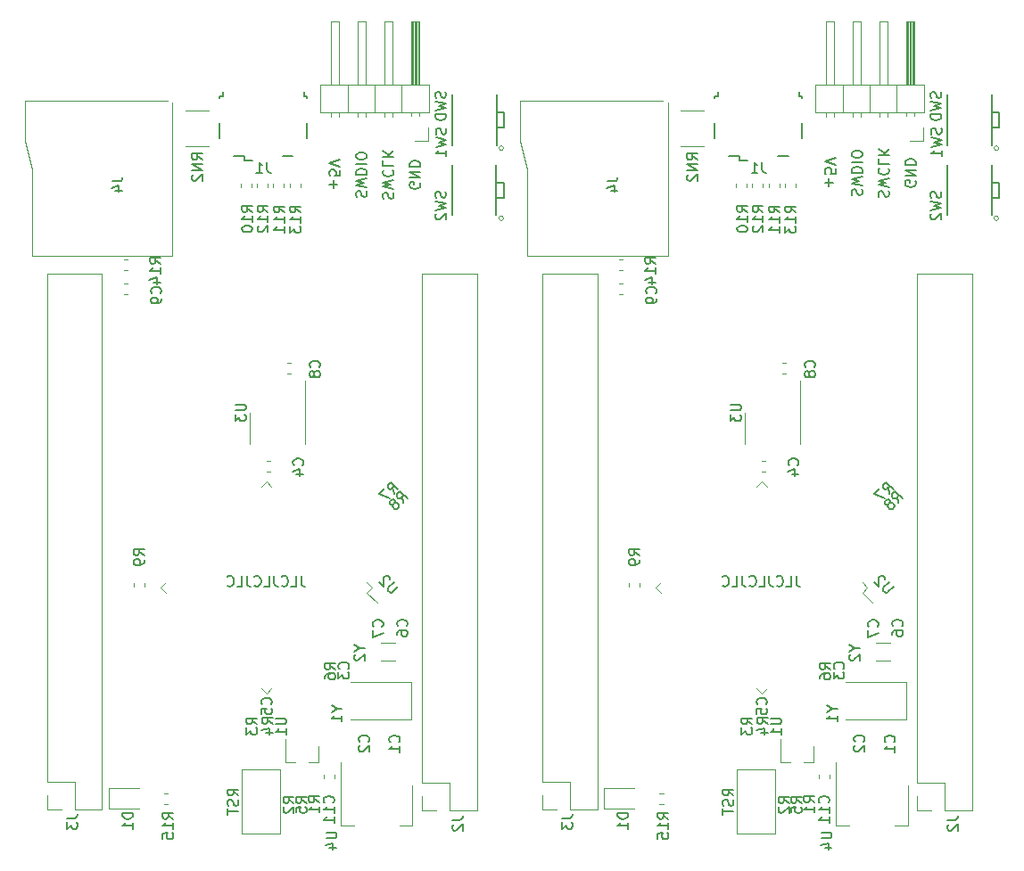
<source format=gbr>
G04 #@! TF.GenerationSoftware,KiCad,Pcbnew,(5.1.4)-1*
G04 #@! TF.CreationDate,2019-12-08T02:00:35+08:00*
G04 #@! TF.ProjectId,STM32F407VTE6-SOCKET_1x2,53544d33-3246-4343-9037-565445362d53,rev?*
G04 #@! TF.SameCoordinates,Original*
G04 #@! TF.FileFunction,Legend,Bot*
G04 #@! TF.FilePolarity,Positive*
%FSLAX46Y46*%
G04 Gerber Fmt 4.6, Leading zero omitted, Abs format (unit mm)*
G04 Created by KiCad (PCBNEW (5.1.4)-1) date 2019-12-08 02:00:35*
%MOMM*%
%LPD*%
G04 APERTURE LIST*
%ADD10C,0.150000*%
%ADD11C,0.120000*%
%ADD12C,0.200000*%
G04 APERTURE END LIST*
D10*
X134045238Y-107281904D02*
X133997619Y-107139047D01*
X133997619Y-106900952D01*
X134045238Y-106805714D01*
X134092857Y-106758095D01*
X134188095Y-106710476D01*
X134283333Y-106710476D01*
X134378571Y-106758095D01*
X134426190Y-106805714D01*
X134473809Y-106900952D01*
X134521428Y-107091428D01*
X134569047Y-107186666D01*
X134616666Y-107234285D01*
X134711904Y-107281904D01*
X134807142Y-107281904D01*
X134902380Y-107234285D01*
X134950000Y-107186666D01*
X134997619Y-107091428D01*
X134997619Y-106853333D01*
X134950000Y-106710476D01*
X134997619Y-106377142D02*
X133997619Y-106139047D01*
X134711904Y-105948571D01*
X133997619Y-105758095D01*
X134997619Y-105520000D01*
X134092857Y-104567619D02*
X134045238Y-104615238D01*
X133997619Y-104758095D01*
X133997619Y-104853333D01*
X134045238Y-104996190D01*
X134140476Y-105091428D01*
X134235714Y-105139047D01*
X134426190Y-105186666D01*
X134569047Y-105186666D01*
X134759523Y-105139047D01*
X134854761Y-105091428D01*
X134950000Y-104996190D01*
X134997619Y-104853333D01*
X134997619Y-104758095D01*
X134950000Y-104615238D01*
X134902380Y-104567619D01*
X133997619Y-103662857D02*
X133997619Y-104139047D01*
X134997619Y-104139047D01*
X133997619Y-103329523D02*
X134997619Y-103329523D01*
X133997619Y-102758095D02*
X134569047Y-103186666D01*
X134997619Y-102758095D02*
X134426190Y-103329523D01*
X129298571Y-106305714D02*
X129298571Y-105543809D01*
X128917619Y-105924761D02*
X129679523Y-105924761D01*
X129917619Y-104591428D02*
X129917619Y-105067619D01*
X129441428Y-105115238D01*
X129489047Y-105067619D01*
X129536666Y-104972380D01*
X129536666Y-104734285D01*
X129489047Y-104639047D01*
X129441428Y-104591428D01*
X129346190Y-104543809D01*
X129108095Y-104543809D01*
X129012857Y-104591428D01*
X128965238Y-104639047D01*
X128917619Y-104734285D01*
X128917619Y-104972380D01*
X128965238Y-105067619D01*
X129012857Y-105115238D01*
X129917619Y-104258095D02*
X128917619Y-103924761D01*
X129917619Y-103591428D01*
X131505238Y-107139047D02*
X131457619Y-106996190D01*
X131457619Y-106758095D01*
X131505238Y-106662857D01*
X131552857Y-106615238D01*
X131648095Y-106567619D01*
X131743333Y-106567619D01*
X131838571Y-106615238D01*
X131886190Y-106662857D01*
X131933809Y-106758095D01*
X131981428Y-106948571D01*
X132029047Y-107043809D01*
X132076666Y-107091428D01*
X132171904Y-107139047D01*
X132267142Y-107139047D01*
X132362380Y-107091428D01*
X132410000Y-107043809D01*
X132457619Y-106948571D01*
X132457619Y-106710476D01*
X132410000Y-106567619D01*
X132457619Y-106234285D02*
X131457619Y-105996190D01*
X132171904Y-105805714D01*
X131457619Y-105615238D01*
X132457619Y-105377142D01*
X131457619Y-104996190D02*
X132457619Y-104996190D01*
X132457619Y-104758095D01*
X132410000Y-104615238D01*
X132314761Y-104520000D01*
X132219523Y-104472380D01*
X132029047Y-104424761D01*
X131886190Y-104424761D01*
X131695714Y-104472380D01*
X131600476Y-104520000D01*
X131505238Y-104615238D01*
X131457619Y-104758095D01*
X131457619Y-104996190D01*
X131457619Y-103996190D02*
X132457619Y-103996190D01*
X132457619Y-103329523D02*
X132457619Y-103139047D01*
X132410000Y-103043809D01*
X132314761Y-102948571D01*
X132124285Y-102900952D01*
X131790952Y-102900952D01*
X131600476Y-102948571D01*
X131505238Y-103043809D01*
X131457619Y-103139047D01*
X131457619Y-103329523D01*
X131505238Y-103424761D01*
X131600476Y-103520000D01*
X131790952Y-103567619D01*
X132124285Y-103567619D01*
X132314761Y-103520000D01*
X132410000Y-103424761D01*
X132457619Y-103329523D01*
X137490000Y-105781904D02*
X137537619Y-105877142D01*
X137537619Y-106020000D01*
X137490000Y-106162857D01*
X137394761Y-106258095D01*
X137299523Y-106305714D01*
X137109047Y-106353333D01*
X136966190Y-106353333D01*
X136775714Y-106305714D01*
X136680476Y-106258095D01*
X136585238Y-106162857D01*
X136537619Y-106020000D01*
X136537619Y-105924761D01*
X136585238Y-105781904D01*
X136632857Y-105734285D01*
X136966190Y-105734285D01*
X136966190Y-105924761D01*
X136537619Y-105305714D02*
X137537619Y-105305714D01*
X136537619Y-104734285D01*
X137537619Y-104734285D01*
X136537619Y-104258095D02*
X137537619Y-104258095D01*
X137537619Y-104020000D01*
X137490000Y-103877142D01*
X137394761Y-103781904D01*
X137299523Y-103734285D01*
X137109047Y-103686666D01*
X136966190Y-103686666D01*
X136775714Y-103734285D01*
X136680476Y-103781904D01*
X136585238Y-103877142D01*
X136537619Y-104020000D01*
X136537619Y-104258095D01*
X176338571Y-106135714D02*
X176338571Y-105373809D01*
X175957619Y-105754761D02*
X176719523Y-105754761D01*
X176957619Y-104421428D02*
X176957619Y-104897619D01*
X176481428Y-104945238D01*
X176529047Y-104897619D01*
X176576666Y-104802380D01*
X176576666Y-104564285D01*
X176529047Y-104469047D01*
X176481428Y-104421428D01*
X176386190Y-104373809D01*
X176148095Y-104373809D01*
X176052857Y-104421428D01*
X176005238Y-104469047D01*
X175957619Y-104564285D01*
X175957619Y-104802380D01*
X176005238Y-104897619D01*
X176052857Y-104945238D01*
X176957619Y-104088095D02*
X175957619Y-103754761D01*
X176957619Y-103421428D01*
X178545238Y-106969047D02*
X178497619Y-106826190D01*
X178497619Y-106588095D01*
X178545238Y-106492857D01*
X178592857Y-106445238D01*
X178688095Y-106397619D01*
X178783333Y-106397619D01*
X178878571Y-106445238D01*
X178926190Y-106492857D01*
X178973809Y-106588095D01*
X179021428Y-106778571D01*
X179069047Y-106873809D01*
X179116666Y-106921428D01*
X179211904Y-106969047D01*
X179307142Y-106969047D01*
X179402380Y-106921428D01*
X179450000Y-106873809D01*
X179497619Y-106778571D01*
X179497619Y-106540476D01*
X179450000Y-106397619D01*
X179497619Y-106064285D02*
X178497619Y-105826190D01*
X179211904Y-105635714D01*
X178497619Y-105445238D01*
X179497619Y-105207142D01*
X178497619Y-104826190D02*
X179497619Y-104826190D01*
X179497619Y-104588095D01*
X179450000Y-104445238D01*
X179354761Y-104350000D01*
X179259523Y-104302380D01*
X179069047Y-104254761D01*
X178926190Y-104254761D01*
X178735714Y-104302380D01*
X178640476Y-104350000D01*
X178545238Y-104445238D01*
X178497619Y-104588095D01*
X178497619Y-104826190D01*
X178497619Y-103826190D02*
X179497619Y-103826190D01*
X179497619Y-103159523D02*
X179497619Y-102969047D01*
X179450000Y-102873809D01*
X179354761Y-102778571D01*
X179164285Y-102730952D01*
X178830952Y-102730952D01*
X178640476Y-102778571D01*
X178545238Y-102873809D01*
X178497619Y-102969047D01*
X178497619Y-103159523D01*
X178545238Y-103254761D01*
X178640476Y-103350000D01*
X178830952Y-103397619D01*
X179164285Y-103397619D01*
X179354761Y-103350000D01*
X179450000Y-103254761D01*
X179497619Y-103159523D01*
X181085238Y-107111904D02*
X181037619Y-106969047D01*
X181037619Y-106730952D01*
X181085238Y-106635714D01*
X181132857Y-106588095D01*
X181228095Y-106540476D01*
X181323333Y-106540476D01*
X181418571Y-106588095D01*
X181466190Y-106635714D01*
X181513809Y-106730952D01*
X181561428Y-106921428D01*
X181609047Y-107016666D01*
X181656666Y-107064285D01*
X181751904Y-107111904D01*
X181847142Y-107111904D01*
X181942380Y-107064285D01*
X181990000Y-107016666D01*
X182037619Y-106921428D01*
X182037619Y-106683333D01*
X181990000Y-106540476D01*
X182037619Y-106207142D02*
X181037619Y-105969047D01*
X181751904Y-105778571D01*
X181037619Y-105588095D01*
X182037619Y-105350000D01*
X181132857Y-104397619D02*
X181085238Y-104445238D01*
X181037619Y-104588095D01*
X181037619Y-104683333D01*
X181085238Y-104826190D01*
X181180476Y-104921428D01*
X181275714Y-104969047D01*
X181466190Y-105016666D01*
X181609047Y-105016666D01*
X181799523Y-104969047D01*
X181894761Y-104921428D01*
X181990000Y-104826190D01*
X182037619Y-104683333D01*
X182037619Y-104588095D01*
X181990000Y-104445238D01*
X181942380Y-104397619D01*
X181037619Y-103492857D02*
X181037619Y-103969047D01*
X182037619Y-103969047D01*
X181037619Y-103159523D02*
X182037619Y-103159523D01*
X181037619Y-102588095D02*
X181609047Y-103016666D01*
X182037619Y-102588095D02*
X181466190Y-103159523D01*
X184530000Y-105611904D02*
X184577619Y-105707142D01*
X184577619Y-105850000D01*
X184530000Y-105992857D01*
X184434761Y-106088095D01*
X184339523Y-106135714D01*
X184149047Y-106183333D01*
X184006190Y-106183333D01*
X183815714Y-106135714D01*
X183720476Y-106088095D01*
X183625238Y-105992857D01*
X183577619Y-105850000D01*
X183577619Y-105754761D01*
X183625238Y-105611904D01*
X183672857Y-105564285D01*
X184006190Y-105564285D01*
X184006190Y-105754761D01*
X183577619Y-105135714D02*
X184577619Y-105135714D01*
X183577619Y-104564285D01*
X184577619Y-104564285D01*
X183577619Y-104088095D02*
X184577619Y-104088095D01*
X184577619Y-103850000D01*
X184530000Y-103707142D01*
X184434761Y-103611904D01*
X184339523Y-103564285D01*
X184149047Y-103516666D01*
X184006190Y-103516666D01*
X183815714Y-103564285D01*
X183720476Y-103611904D01*
X183625238Y-103707142D01*
X183577619Y-103850000D01*
X183577619Y-104088095D01*
X173233333Y-143112380D02*
X173233333Y-143826666D01*
X173280952Y-143969523D01*
X173376190Y-144064761D01*
X173519047Y-144112380D01*
X173614285Y-144112380D01*
X172280952Y-144112380D02*
X172757142Y-144112380D01*
X172757142Y-143112380D01*
X171376190Y-144017142D02*
X171423809Y-144064761D01*
X171566666Y-144112380D01*
X171661904Y-144112380D01*
X171804761Y-144064761D01*
X171900000Y-143969523D01*
X171947619Y-143874285D01*
X171995238Y-143683809D01*
X171995238Y-143540952D01*
X171947619Y-143350476D01*
X171900000Y-143255238D01*
X171804761Y-143160000D01*
X171661904Y-143112380D01*
X171566666Y-143112380D01*
X171423809Y-143160000D01*
X171376190Y-143207619D01*
X170661904Y-143112380D02*
X170661904Y-143826666D01*
X170709523Y-143969523D01*
X170804761Y-144064761D01*
X170947619Y-144112380D01*
X171042857Y-144112380D01*
X169709523Y-144112380D02*
X170185714Y-144112380D01*
X170185714Y-143112380D01*
X168804761Y-144017142D02*
X168852380Y-144064761D01*
X168995238Y-144112380D01*
X169090476Y-144112380D01*
X169233333Y-144064761D01*
X169328571Y-143969523D01*
X169376190Y-143874285D01*
X169423809Y-143683809D01*
X169423809Y-143540952D01*
X169376190Y-143350476D01*
X169328571Y-143255238D01*
X169233333Y-143160000D01*
X169090476Y-143112380D01*
X168995238Y-143112380D01*
X168852380Y-143160000D01*
X168804761Y-143207619D01*
X168090476Y-143112380D02*
X168090476Y-143826666D01*
X168138095Y-143969523D01*
X168233333Y-144064761D01*
X168376190Y-144112380D01*
X168471428Y-144112380D01*
X167138095Y-144112380D02*
X167614285Y-144112380D01*
X167614285Y-143112380D01*
X166233333Y-144017142D02*
X166280952Y-144064761D01*
X166423809Y-144112380D01*
X166519047Y-144112380D01*
X166661904Y-144064761D01*
X166757142Y-143969523D01*
X166804761Y-143874285D01*
X166852380Y-143683809D01*
X166852380Y-143540952D01*
X166804761Y-143350476D01*
X166757142Y-143255238D01*
X166661904Y-143160000D01*
X166519047Y-143112380D01*
X166423809Y-143112380D01*
X166280952Y-143160000D01*
X166233333Y-143207619D01*
X126233333Y-143112380D02*
X126233333Y-143826666D01*
X126280952Y-143969523D01*
X126376190Y-144064761D01*
X126519047Y-144112380D01*
X126614285Y-144112380D01*
X125280952Y-144112380D02*
X125757142Y-144112380D01*
X125757142Y-143112380D01*
X124376190Y-144017142D02*
X124423809Y-144064761D01*
X124566666Y-144112380D01*
X124661904Y-144112380D01*
X124804761Y-144064761D01*
X124900000Y-143969523D01*
X124947619Y-143874285D01*
X124995238Y-143683809D01*
X124995238Y-143540952D01*
X124947619Y-143350476D01*
X124900000Y-143255238D01*
X124804761Y-143160000D01*
X124661904Y-143112380D01*
X124566666Y-143112380D01*
X124423809Y-143160000D01*
X124376190Y-143207619D01*
X123661904Y-143112380D02*
X123661904Y-143826666D01*
X123709523Y-143969523D01*
X123804761Y-144064761D01*
X123947619Y-144112380D01*
X124042857Y-144112380D01*
X122709523Y-144112380D02*
X123185714Y-144112380D01*
X123185714Y-143112380D01*
X121804761Y-144017142D02*
X121852380Y-144064761D01*
X121995238Y-144112380D01*
X122090476Y-144112380D01*
X122233333Y-144064761D01*
X122328571Y-143969523D01*
X122376190Y-143874285D01*
X122423809Y-143683809D01*
X122423809Y-143540952D01*
X122376190Y-143350476D01*
X122328571Y-143255238D01*
X122233333Y-143160000D01*
X122090476Y-143112380D01*
X121995238Y-143112380D01*
X121852380Y-143160000D01*
X121804761Y-143207619D01*
X121090476Y-143112380D02*
X121090476Y-143826666D01*
X121138095Y-143969523D01*
X121233333Y-144064761D01*
X121376190Y-144112380D01*
X121471428Y-144112380D01*
X120138095Y-144112380D02*
X120614285Y-144112380D01*
X120614285Y-143112380D01*
X119233333Y-144017142D02*
X119280952Y-144064761D01*
X119423809Y-144112380D01*
X119519047Y-144112380D01*
X119661904Y-144064761D01*
X119757142Y-143969523D01*
X119804761Y-143874285D01*
X119852380Y-143683809D01*
X119852380Y-143540952D01*
X119804761Y-143350476D01*
X119757142Y-143255238D01*
X119661904Y-143160000D01*
X119519047Y-143112380D01*
X119423809Y-143112380D01*
X119280952Y-143160000D01*
X119233333Y-143207619D01*
D11*
X160263733Y-164790000D02*
X160606267Y-164790000D01*
X160263733Y-163770000D02*
X160606267Y-163770000D01*
X156438733Y-116350000D02*
X156781267Y-116350000D01*
X156438733Y-115330000D02*
X156781267Y-115330000D01*
X149140000Y-165310000D02*
X150470000Y-165310000D01*
X149140000Y-163980000D02*
X149140000Y-165310000D01*
X151740000Y-165310000D02*
X154340000Y-165310000D01*
X151740000Y-162710000D02*
X151740000Y-165310000D01*
X149140000Y-162710000D02*
X151740000Y-162710000D01*
X154340000Y-165310000D02*
X154340000Y-114390000D01*
X149140000Y-162710000D02*
X149140000Y-114390000D01*
X149140000Y-114390000D02*
X154340000Y-114390000D01*
X184730000Y-114450000D02*
X189930000Y-114450000D01*
X184730000Y-162770000D02*
X184730000Y-114450000D01*
X189930000Y-165370000D02*
X189930000Y-114450000D01*
X184730000Y-162770000D02*
X187330000Y-162770000D01*
X187330000Y-162770000D02*
X187330000Y-165370000D01*
X187330000Y-165370000D02*
X189930000Y-165370000D01*
X184730000Y-164040000D02*
X184730000Y-165370000D01*
X184730000Y-165370000D02*
X186060000Y-165370000D01*
X154985000Y-163290000D02*
X157845000Y-163290000D01*
X154985000Y-165210000D02*
X154985000Y-163290000D01*
X157845000Y-165210000D02*
X154985000Y-165210000D01*
X147030000Y-101800000D02*
X147730000Y-104550000D01*
X147730000Y-112700000D02*
X147730000Y-104550000D01*
X147030000Y-101800000D02*
X147030000Y-98000000D01*
X160530000Y-98000000D02*
X147030000Y-98000000D01*
X161030000Y-112700000D02*
X161030000Y-98160000D01*
X151030000Y-112700000D02*
X161030000Y-112700000D01*
X151030000Y-112700000D02*
X147730000Y-112700000D01*
X170316267Y-132200000D02*
X169973733Y-132200000D01*
X170316267Y-133220000D02*
X169973733Y-133220000D01*
X156433733Y-114080000D02*
X156776267Y-114080000D01*
X156433733Y-113060000D02*
X156776267Y-113060000D01*
X176400000Y-162301267D02*
X176400000Y-161958733D01*
X175380000Y-162301267D02*
X175380000Y-161958733D01*
X172246267Y-123890000D02*
X171903733Y-123890000D01*
X172246267Y-122870000D02*
X171903733Y-122870000D01*
D10*
X171460000Y-103270000D02*
X172460000Y-103270000D01*
X167860000Y-103270000D02*
X166860000Y-103270000D01*
X167860000Y-103695000D02*
X167860000Y-103270000D01*
X168585000Y-103695000D02*
X167860000Y-103695000D01*
X173810000Y-100120000D02*
X173810000Y-101520000D01*
X173810000Y-97570000D02*
X173810000Y-97720000D01*
X173510000Y-97570000D02*
X173810000Y-97570000D01*
X173510000Y-97120000D02*
X173510000Y-97570000D01*
X165810000Y-97570000D02*
X165810000Y-97120000D01*
X165510000Y-97570000D02*
X165810000Y-97570000D01*
X165510000Y-97720000D02*
X165510000Y-97570000D01*
X165510000Y-101520000D02*
X165510000Y-100120000D01*
D11*
X167610000Y-161470000D02*
X167610000Y-167590000D01*
X167610000Y-167590000D02*
X171230000Y-167590000D01*
X171230000Y-167590000D02*
X171230000Y-161470000D01*
X171230000Y-161470000D02*
X167610000Y-161470000D01*
X185360000Y-99110000D02*
X175080000Y-99110000D01*
X175080000Y-99110000D02*
X175080000Y-96450000D01*
X175080000Y-96450000D02*
X185360000Y-96450000D01*
X185360000Y-96450000D02*
X185360000Y-99110000D01*
X184410000Y-96450000D02*
X184410000Y-90450000D01*
X184410000Y-90450000D02*
X183650000Y-90450000D01*
X183650000Y-90450000D02*
X183650000Y-96450000D01*
X184350000Y-96450000D02*
X184350000Y-90450000D01*
X184230000Y-96450000D02*
X184230000Y-90450000D01*
X184110000Y-96450000D02*
X184110000Y-90450000D01*
X183990000Y-96450000D02*
X183990000Y-90450000D01*
X183870000Y-96450000D02*
X183870000Y-90450000D01*
X183750000Y-96450000D02*
X183750000Y-90450000D01*
X184410000Y-99440000D02*
X184410000Y-99110000D01*
X183650000Y-99440000D02*
X183650000Y-99110000D01*
X182760000Y-99110000D02*
X182760000Y-96450000D01*
X181870000Y-96450000D02*
X181870000Y-90450000D01*
X181870000Y-90450000D02*
X181110000Y-90450000D01*
X181110000Y-90450000D02*
X181110000Y-96450000D01*
X181870000Y-99507071D02*
X181870000Y-99110000D01*
X181110000Y-99507071D02*
X181110000Y-99110000D01*
X180220000Y-99110000D02*
X180220000Y-96450000D01*
X179330000Y-96450000D02*
X179330000Y-90450000D01*
X179330000Y-90450000D02*
X178570000Y-90450000D01*
X178570000Y-90450000D02*
X178570000Y-96450000D01*
X179330000Y-99507071D02*
X179330000Y-99110000D01*
X178570000Y-99507071D02*
X178570000Y-99110000D01*
X177680000Y-99110000D02*
X177680000Y-96450000D01*
X176790000Y-96450000D02*
X176790000Y-90450000D01*
X176790000Y-90450000D02*
X176030000Y-90450000D01*
X176030000Y-90450000D02*
X176030000Y-96450000D01*
X176790000Y-99507071D02*
X176790000Y-99110000D01*
X176030000Y-99507071D02*
X176030000Y-99110000D01*
X184030000Y-101820000D02*
X185300000Y-101820000D01*
X185300000Y-101820000D02*
X185300000Y-100550000D01*
X183690000Y-156790000D02*
X177940000Y-156790000D01*
X183690000Y-153190000D02*
X183690000Y-156790000D01*
X177940000Y-153190000D02*
X183690000Y-153190000D01*
X168510000Y-105843733D02*
X168510000Y-106186267D01*
X167490000Y-105843733D02*
X167490000Y-106186267D01*
X158370000Y-143783733D02*
X158370000Y-144126267D01*
X157350000Y-143783733D02*
X157350000Y-144126267D01*
D12*
X187590000Y-102190000D02*
X187590000Y-97390000D01*
X191790000Y-102190000D02*
X191790000Y-97390000D01*
X191840000Y-100540000D02*
X192490000Y-100540000D01*
X192490000Y-100540000D02*
X192490000Y-99240000D01*
X192490000Y-99240000D02*
X192490000Y-99090000D01*
X192490000Y-99090000D02*
X191840000Y-99090000D01*
D11*
X192452132Y-102490000D02*
G75*
G03X192452132Y-102490000I-212132J0D01*
G01*
X169030000Y-105843733D02*
X169030000Y-106186267D01*
X170050000Y-105843733D02*
X170050000Y-106186267D01*
X179490084Y-144724975D02*
X180455284Y-145690176D01*
X179985058Y-144230000D02*
X179490084Y-144724975D01*
X179490084Y-143735025D02*
X179985058Y-144230000D01*
X169930000Y-134174942D02*
X169435025Y-134669916D01*
X170424975Y-134669916D02*
X169930000Y-134174942D01*
X169930000Y-154285058D02*
X170424975Y-153790084D01*
X169435025Y-153790084D02*
X169930000Y-154285058D01*
X159874942Y-144230000D02*
X160369916Y-143735025D01*
X160369916Y-144724975D02*
X159874942Y-144230000D01*
X180795000Y-151195000D02*
X182145000Y-151195000D01*
X180795000Y-149445000D02*
X182145000Y-149445000D01*
X176990000Y-160790000D02*
X176990000Y-166800000D01*
X183810000Y-163040000D02*
X183810000Y-166800000D01*
X176990000Y-166800000D02*
X178250000Y-166800000D01*
X183810000Y-166800000D02*
X182550000Y-166800000D01*
X173590000Y-124600000D02*
X173590000Y-130600000D01*
X168370000Y-127600000D02*
X168370000Y-130600000D01*
X174900000Y-160780000D02*
X174900000Y-159320000D01*
X171740000Y-160780000D02*
X171740000Y-158620000D01*
X171740000Y-160780000D02*
X172670000Y-160780000D01*
X174900000Y-160780000D02*
X173970000Y-160780000D01*
X171620000Y-105853733D02*
X171620000Y-106196267D01*
X170600000Y-105853733D02*
X170600000Y-106196267D01*
X192432132Y-109150000D02*
G75*
G03X192432132Y-109150000I-212132J0D01*
G01*
D12*
X192470000Y-105750000D02*
X191820000Y-105750000D01*
X192470000Y-105900000D02*
X192470000Y-105750000D01*
X192470000Y-107200000D02*
X192470000Y-105900000D01*
X191820000Y-107200000D02*
X192470000Y-107200000D01*
X191770000Y-108850000D02*
X191770000Y-104050000D01*
X187570000Y-108850000D02*
X187570000Y-104050000D01*
D11*
X164430000Y-98930000D02*
X162230000Y-98930000D01*
X164430000Y-102330000D02*
X162230000Y-102330000D01*
X172130000Y-105863733D02*
X172130000Y-106206267D01*
X173150000Y-105863733D02*
X173150000Y-106206267D01*
X138300000Y-101820000D02*
X138300000Y-100550000D01*
X137030000Y-101820000D02*
X138300000Y-101820000D01*
X129030000Y-99507071D02*
X129030000Y-99110000D01*
X129790000Y-99507071D02*
X129790000Y-99110000D01*
X129030000Y-90450000D02*
X129030000Y-96450000D01*
X129790000Y-90450000D02*
X129030000Y-90450000D01*
X129790000Y-96450000D02*
X129790000Y-90450000D01*
X130680000Y-99110000D02*
X130680000Y-96450000D01*
X131570000Y-99507071D02*
X131570000Y-99110000D01*
X132330000Y-99507071D02*
X132330000Y-99110000D01*
X131570000Y-90450000D02*
X131570000Y-96450000D01*
X132330000Y-90450000D02*
X131570000Y-90450000D01*
X132330000Y-96450000D02*
X132330000Y-90450000D01*
X133220000Y-99110000D02*
X133220000Y-96450000D01*
X134110000Y-99507071D02*
X134110000Y-99110000D01*
X134870000Y-99507071D02*
X134870000Y-99110000D01*
X134110000Y-90450000D02*
X134110000Y-96450000D01*
X134870000Y-90450000D02*
X134110000Y-90450000D01*
X134870000Y-96450000D02*
X134870000Y-90450000D01*
X135760000Y-99110000D02*
X135760000Y-96450000D01*
X136650000Y-99440000D02*
X136650000Y-99110000D01*
X137410000Y-99440000D02*
X137410000Y-99110000D01*
X136750000Y-96450000D02*
X136750000Y-90450000D01*
X136870000Y-96450000D02*
X136870000Y-90450000D01*
X136990000Y-96450000D02*
X136990000Y-90450000D01*
X137110000Y-96450000D02*
X137110000Y-90450000D01*
X137230000Y-96450000D02*
X137230000Y-90450000D01*
X137350000Y-96450000D02*
X137350000Y-90450000D01*
X136650000Y-90450000D02*
X136650000Y-96450000D01*
X137410000Y-90450000D02*
X136650000Y-90450000D01*
X137410000Y-96450000D02*
X137410000Y-90450000D01*
X138360000Y-96450000D02*
X138360000Y-99110000D01*
X128080000Y-96450000D02*
X138360000Y-96450000D01*
X128080000Y-99110000D02*
X128080000Y-96450000D01*
X138360000Y-99110000D02*
X128080000Y-99110000D01*
X124230000Y-161470000D02*
X120610000Y-161470000D01*
X124230000Y-167590000D02*
X124230000Y-161470000D01*
X120610000Y-167590000D02*
X124230000Y-167590000D01*
X120610000Y-161470000D02*
X120610000Y-167590000D01*
D10*
X118510000Y-101520000D02*
X118510000Y-100120000D01*
X118510000Y-97720000D02*
X118510000Y-97570000D01*
X118510000Y-97570000D02*
X118810000Y-97570000D01*
X118810000Y-97570000D02*
X118810000Y-97120000D01*
X126510000Y-97120000D02*
X126510000Y-97570000D01*
X126510000Y-97570000D02*
X126810000Y-97570000D01*
X126810000Y-97570000D02*
X126810000Y-97720000D01*
X126810000Y-100120000D02*
X126810000Y-101520000D01*
X121585000Y-103695000D02*
X120860000Y-103695000D01*
X120860000Y-103695000D02*
X120860000Y-103270000D01*
X120860000Y-103270000D02*
X119860000Y-103270000D01*
X124460000Y-103270000D02*
X125460000Y-103270000D01*
D11*
X113263733Y-163770000D02*
X113606267Y-163770000D01*
X113263733Y-164790000D02*
X113606267Y-164790000D01*
X109433733Y-113060000D02*
X109776267Y-113060000D01*
X109433733Y-114080000D02*
X109776267Y-114080000D01*
X123316267Y-133220000D02*
X122973733Y-133220000D01*
X123316267Y-132200000D02*
X122973733Y-132200000D01*
X125246267Y-122870000D02*
X124903733Y-122870000D01*
X125246267Y-123890000D02*
X124903733Y-123890000D01*
X109438733Y-115330000D02*
X109781267Y-115330000D01*
X109438733Y-116350000D02*
X109781267Y-116350000D01*
X128380000Y-162301267D02*
X128380000Y-161958733D01*
X129400000Y-162301267D02*
X129400000Y-161958733D01*
X110845000Y-165210000D02*
X107985000Y-165210000D01*
X107985000Y-165210000D02*
X107985000Y-163290000D01*
X107985000Y-163290000D02*
X110845000Y-163290000D01*
X137730000Y-165370000D02*
X139060000Y-165370000D01*
X137730000Y-164040000D02*
X137730000Y-165370000D01*
X140330000Y-165370000D02*
X142930000Y-165370000D01*
X140330000Y-162770000D02*
X140330000Y-165370000D01*
X137730000Y-162770000D02*
X140330000Y-162770000D01*
X142930000Y-165370000D02*
X142930000Y-114450000D01*
X137730000Y-162770000D02*
X137730000Y-114450000D01*
X137730000Y-114450000D02*
X142930000Y-114450000D01*
X102140000Y-114390000D02*
X107340000Y-114390000D01*
X102140000Y-162710000D02*
X102140000Y-114390000D01*
X107340000Y-165310000D02*
X107340000Y-114390000D01*
X102140000Y-162710000D02*
X104740000Y-162710000D01*
X104740000Y-162710000D02*
X104740000Y-165310000D01*
X104740000Y-165310000D02*
X107340000Y-165310000D01*
X102140000Y-163980000D02*
X102140000Y-165310000D01*
X102140000Y-165310000D02*
X103470000Y-165310000D01*
X104030000Y-112700000D02*
X100730000Y-112700000D01*
X104030000Y-112700000D02*
X114030000Y-112700000D01*
X114030000Y-112700000D02*
X114030000Y-98160000D01*
X113530000Y-98000000D02*
X100030000Y-98000000D01*
X100030000Y-101800000D02*
X100030000Y-98000000D01*
X100730000Y-112700000D02*
X100730000Y-104550000D01*
X100030000Y-101800000D02*
X100730000Y-104550000D01*
X110350000Y-143783733D02*
X110350000Y-144126267D01*
X111370000Y-143783733D02*
X111370000Y-144126267D01*
X120490000Y-105843733D02*
X120490000Y-106186267D01*
X121510000Y-105843733D02*
X121510000Y-106186267D01*
X123600000Y-105853733D02*
X123600000Y-106196267D01*
X124620000Y-105853733D02*
X124620000Y-106196267D01*
X123050000Y-105843733D02*
X123050000Y-106186267D01*
X122030000Y-105843733D02*
X122030000Y-106186267D01*
X126150000Y-105863733D02*
X126150000Y-106206267D01*
X125130000Y-105863733D02*
X125130000Y-106206267D01*
X117430000Y-102330000D02*
X115230000Y-102330000D01*
X117430000Y-98930000D02*
X115230000Y-98930000D01*
X127900000Y-160780000D02*
X126970000Y-160780000D01*
X124740000Y-160780000D02*
X125670000Y-160780000D01*
X124740000Y-160780000D02*
X124740000Y-158620000D01*
X127900000Y-160780000D02*
X127900000Y-159320000D01*
X113369916Y-144724975D02*
X112874942Y-144230000D01*
X112874942Y-144230000D02*
X113369916Y-143735025D01*
X122435025Y-153790084D02*
X122930000Y-154285058D01*
X122930000Y-154285058D02*
X123424975Y-153790084D01*
X123424975Y-134669916D02*
X122930000Y-134174942D01*
X122930000Y-134174942D02*
X122435025Y-134669916D01*
X132490084Y-143735025D02*
X132985058Y-144230000D01*
X132985058Y-144230000D02*
X132490084Y-144724975D01*
X132490084Y-144724975D02*
X133455284Y-145690176D01*
X121370000Y-127600000D02*
X121370000Y-130600000D01*
X126590000Y-124600000D02*
X126590000Y-130600000D01*
X136810000Y-166800000D02*
X135550000Y-166800000D01*
X129990000Y-166800000D02*
X131250000Y-166800000D01*
X136810000Y-163040000D02*
X136810000Y-166800000D01*
X129990000Y-160790000D02*
X129990000Y-166800000D01*
X130940000Y-153190000D02*
X136690000Y-153190000D01*
X136690000Y-153190000D02*
X136690000Y-156790000D01*
X136690000Y-156790000D02*
X130940000Y-156790000D01*
X133795000Y-149445000D02*
X135145000Y-149445000D01*
X133795000Y-151195000D02*
X135145000Y-151195000D01*
X145452132Y-102490000D02*
G75*
G03X145452132Y-102490000I-212132J0D01*
G01*
D12*
X145490000Y-99090000D02*
X144840000Y-99090000D01*
X145490000Y-99240000D02*
X145490000Y-99090000D01*
X145490000Y-100540000D02*
X145490000Y-99240000D01*
X144840000Y-100540000D02*
X145490000Y-100540000D01*
X144790000Y-102190000D02*
X144790000Y-97390000D01*
X140590000Y-102190000D02*
X140590000Y-97390000D01*
X140570000Y-108850000D02*
X140570000Y-104050000D01*
X144770000Y-108850000D02*
X144770000Y-104050000D01*
X144820000Y-107200000D02*
X145470000Y-107200000D01*
X145470000Y-107200000D02*
X145470000Y-105900000D01*
X145470000Y-105900000D02*
X145470000Y-105750000D01*
X145470000Y-105750000D02*
X144820000Y-105750000D01*
D11*
X145432132Y-109150000D02*
G75*
G03X145432132Y-109150000I-212132J0D01*
G01*
D10*
X182507142Y-158893333D02*
X182554761Y-158845714D01*
X182602380Y-158702857D01*
X182602380Y-158607619D01*
X182554761Y-158464761D01*
X182459523Y-158369523D01*
X182364285Y-158321904D01*
X182173809Y-158274285D01*
X182030952Y-158274285D01*
X181840476Y-158321904D01*
X181745238Y-158369523D01*
X181650000Y-158464761D01*
X181602380Y-158607619D01*
X181602380Y-158702857D01*
X181650000Y-158845714D01*
X181697619Y-158893333D01*
X182602380Y-159845714D02*
X182602380Y-159274285D01*
X182602380Y-159560000D02*
X181602380Y-159560000D01*
X181745238Y-159464761D01*
X181840476Y-159369523D01*
X181888095Y-159274285D01*
X161092380Y-166197142D02*
X160616190Y-165863809D01*
X161092380Y-165625714D02*
X160092380Y-165625714D01*
X160092380Y-166006666D01*
X160140000Y-166101904D01*
X160187619Y-166149523D01*
X160282857Y-166197142D01*
X160425714Y-166197142D01*
X160520952Y-166149523D01*
X160568571Y-166101904D01*
X160616190Y-166006666D01*
X160616190Y-165625714D01*
X161092380Y-167149523D02*
X161092380Y-166578095D01*
X161092380Y-166863809D02*
X160092380Y-166863809D01*
X160235238Y-166768571D01*
X160330476Y-166673333D01*
X160378095Y-166578095D01*
X160092380Y-168054285D02*
X160092380Y-167578095D01*
X160568571Y-167530476D01*
X160520952Y-167578095D01*
X160473333Y-167673333D01*
X160473333Y-167911428D01*
X160520952Y-168006666D01*
X160568571Y-168054285D01*
X160663809Y-168101904D01*
X160901904Y-168101904D01*
X160997142Y-168054285D01*
X161044761Y-168006666D01*
X161092380Y-167911428D01*
X161092380Y-167673333D01*
X161044761Y-167578095D01*
X160997142Y-167530476D01*
X176472380Y-151993333D02*
X175996190Y-151660000D01*
X176472380Y-151421904D02*
X175472380Y-151421904D01*
X175472380Y-151802857D01*
X175520000Y-151898095D01*
X175567619Y-151945714D01*
X175662857Y-151993333D01*
X175805714Y-151993333D01*
X175900952Y-151945714D01*
X175948571Y-151898095D01*
X175996190Y-151802857D01*
X175996190Y-151421904D01*
X175472380Y-152850476D02*
X175472380Y-152660000D01*
X175520000Y-152564761D01*
X175567619Y-152517142D01*
X175710476Y-152421904D01*
X175900952Y-152374285D01*
X176281904Y-152374285D01*
X176377142Y-152421904D01*
X176424761Y-152469523D01*
X176472380Y-152564761D01*
X176472380Y-152755238D01*
X176424761Y-152850476D01*
X176377142Y-152898095D01*
X176281904Y-152945714D01*
X176043809Y-152945714D01*
X175948571Y-152898095D01*
X175900952Y-152850476D01*
X175853333Y-152755238D01*
X175853333Y-152564761D01*
X175900952Y-152469523D01*
X175948571Y-152421904D01*
X176043809Y-152374285D01*
X159887142Y-116283333D02*
X159934761Y-116235714D01*
X159982380Y-116092857D01*
X159982380Y-115997619D01*
X159934761Y-115854761D01*
X159839523Y-115759523D01*
X159744285Y-115711904D01*
X159553809Y-115664285D01*
X159410952Y-115664285D01*
X159220476Y-115711904D01*
X159125238Y-115759523D01*
X159030000Y-115854761D01*
X158982380Y-115997619D01*
X158982380Y-116092857D01*
X159030000Y-116235714D01*
X159077619Y-116283333D01*
X159982380Y-116759523D02*
X159982380Y-116950000D01*
X159934761Y-117045238D01*
X159887142Y-117092857D01*
X159744285Y-117188095D01*
X159553809Y-117235714D01*
X159172857Y-117235714D01*
X159077619Y-117188095D01*
X159030000Y-117140476D01*
X158982380Y-117045238D01*
X158982380Y-116854761D01*
X159030000Y-116759523D01*
X159077619Y-116711904D01*
X159172857Y-116664285D01*
X159410952Y-116664285D01*
X159506190Y-116711904D01*
X159553809Y-116759523D01*
X159601428Y-116854761D01*
X159601428Y-117045238D01*
X159553809Y-117140476D01*
X159506190Y-117188095D01*
X159410952Y-117235714D01*
X151012380Y-166126666D02*
X151726666Y-166126666D01*
X151869523Y-166079047D01*
X151964761Y-165983809D01*
X152012380Y-165840952D01*
X152012380Y-165745714D01*
X151012380Y-166507619D02*
X151012380Y-167126666D01*
X151393333Y-166793333D01*
X151393333Y-166936190D01*
X151440952Y-167031428D01*
X151488571Y-167079047D01*
X151583809Y-167126666D01*
X151821904Y-167126666D01*
X151917142Y-167079047D01*
X151964761Y-167031428D01*
X152012380Y-166936190D01*
X152012380Y-166650476D01*
X151964761Y-166555238D01*
X151917142Y-166507619D01*
X187582380Y-166306666D02*
X188296666Y-166306666D01*
X188439523Y-166259047D01*
X188534761Y-166163809D01*
X188582380Y-166020952D01*
X188582380Y-165925714D01*
X187677619Y-166735238D02*
X187630000Y-166782857D01*
X187582380Y-166878095D01*
X187582380Y-167116190D01*
X187630000Y-167211428D01*
X187677619Y-167259047D01*
X187772857Y-167306666D01*
X187868095Y-167306666D01*
X188010952Y-167259047D01*
X188582380Y-166687619D01*
X188582380Y-167306666D01*
X157282380Y-165621904D02*
X156282380Y-165621904D01*
X156282380Y-165860000D01*
X156330000Y-166002857D01*
X156425238Y-166098095D01*
X156520476Y-166145714D01*
X156710952Y-166193333D01*
X156853809Y-166193333D01*
X157044285Y-166145714D01*
X157139523Y-166098095D01*
X157234761Y-166002857D01*
X157282380Y-165860000D01*
X157282380Y-165621904D01*
X157282380Y-167145714D02*
X157282380Y-166574285D01*
X157282380Y-166860000D02*
X156282380Y-166860000D01*
X156425238Y-166764761D01*
X156520476Y-166669523D01*
X156568095Y-166574285D01*
X180927142Y-147923333D02*
X180974761Y-147875714D01*
X181022380Y-147732857D01*
X181022380Y-147637619D01*
X180974761Y-147494761D01*
X180879523Y-147399523D01*
X180784285Y-147351904D01*
X180593809Y-147304285D01*
X180450952Y-147304285D01*
X180260476Y-147351904D01*
X180165238Y-147399523D01*
X180070000Y-147494761D01*
X180022380Y-147637619D01*
X180022380Y-147732857D01*
X180070000Y-147875714D01*
X180117619Y-147923333D01*
X180022380Y-148256666D02*
X180022380Y-148923333D01*
X181022380Y-148494761D01*
X155282380Y-105616666D02*
X155996666Y-105616666D01*
X156139523Y-105569047D01*
X156234761Y-105473809D01*
X156282380Y-105330952D01*
X156282380Y-105235714D01*
X155615714Y-106521428D02*
X156282380Y-106521428D01*
X155234761Y-106283333D02*
X155949047Y-106045238D01*
X155949047Y-106664285D01*
X173367142Y-132593333D02*
X173414761Y-132545714D01*
X173462380Y-132402857D01*
X173462380Y-132307619D01*
X173414761Y-132164761D01*
X173319523Y-132069523D01*
X173224285Y-132021904D01*
X173033809Y-131974285D01*
X172890952Y-131974285D01*
X172700476Y-132021904D01*
X172605238Y-132069523D01*
X172510000Y-132164761D01*
X172462380Y-132307619D01*
X172462380Y-132402857D01*
X172510000Y-132545714D01*
X172557619Y-132593333D01*
X172795714Y-133450476D02*
X173462380Y-133450476D01*
X172414761Y-133212380D02*
X173129047Y-132974285D01*
X173129047Y-133593333D01*
X159882380Y-113457142D02*
X159406190Y-113123809D01*
X159882380Y-112885714D02*
X158882380Y-112885714D01*
X158882380Y-113266666D01*
X158930000Y-113361904D01*
X158977619Y-113409523D01*
X159072857Y-113457142D01*
X159215714Y-113457142D01*
X159310952Y-113409523D01*
X159358571Y-113361904D01*
X159406190Y-113266666D01*
X159406190Y-112885714D01*
X159882380Y-114409523D02*
X159882380Y-113838095D01*
X159882380Y-114123809D02*
X158882380Y-114123809D01*
X159025238Y-114028571D01*
X159120476Y-113933333D01*
X159168095Y-113838095D01*
X159215714Y-115266666D02*
X159882380Y-115266666D01*
X158834761Y-115028571D02*
X159549047Y-114790476D01*
X159549047Y-115409523D01*
X172542380Y-164683333D02*
X172066190Y-164350000D01*
X172542380Y-164111904D02*
X171542380Y-164111904D01*
X171542380Y-164492857D01*
X171590000Y-164588095D01*
X171637619Y-164635714D01*
X171732857Y-164683333D01*
X171875714Y-164683333D01*
X171970952Y-164635714D01*
X172018571Y-164588095D01*
X172066190Y-164492857D01*
X172066190Y-164111904D01*
X171637619Y-165064285D02*
X171590000Y-165111904D01*
X171542380Y-165207142D01*
X171542380Y-165445238D01*
X171590000Y-165540476D01*
X171637619Y-165588095D01*
X171732857Y-165635714D01*
X171828095Y-165635714D01*
X171970952Y-165588095D01*
X172542380Y-165016666D01*
X172542380Y-165635714D01*
X176267142Y-164657142D02*
X176314761Y-164609523D01*
X176362380Y-164466666D01*
X176362380Y-164371428D01*
X176314761Y-164228571D01*
X176219523Y-164133333D01*
X176124285Y-164085714D01*
X175933809Y-164038095D01*
X175790952Y-164038095D01*
X175600476Y-164085714D01*
X175505238Y-164133333D01*
X175410000Y-164228571D01*
X175362380Y-164371428D01*
X175362380Y-164466666D01*
X175410000Y-164609523D01*
X175457619Y-164657142D01*
X176362380Y-165609523D02*
X176362380Y-165038095D01*
X176362380Y-165323809D02*
X175362380Y-165323809D01*
X175505238Y-165228571D01*
X175600476Y-165133333D01*
X175648095Y-165038095D01*
X176362380Y-166561904D02*
X176362380Y-165990476D01*
X176362380Y-166276190D02*
X175362380Y-166276190D01*
X175505238Y-166180952D01*
X175600476Y-166085714D01*
X175648095Y-165990476D01*
X170357142Y-155313333D02*
X170404761Y-155265714D01*
X170452380Y-155122857D01*
X170452380Y-155027619D01*
X170404761Y-154884761D01*
X170309523Y-154789523D01*
X170214285Y-154741904D01*
X170023809Y-154694285D01*
X169880952Y-154694285D01*
X169690476Y-154741904D01*
X169595238Y-154789523D01*
X169500000Y-154884761D01*
X169452380Y-155027619D01*
X169452380Y-155122857D01*
X169500000Y-155265714D01*
X169547619Y-155313333D01*
X169452380Y-156218095D02*
X169452380Y-155741904D01*
X169928571Y-155694285D01*
X169880952Y-155741904D01*
X169833333Y-155837142D01*
X169833333Y-156075238D01*
X169880952Y-156170476D01*
X169928571Y-156218095D01*
X170023809Y-156265714D01*
X170261904Y-156265714D01*
X170357142Y-156218095D01*
X170404761Y-156170476D01*
X170452380Y-156075238D01*
X170452380Y-155837142D01*
X170404761Y-155741904D01*
X170357142Y-155694285D01*
X183247142Y-147883333D02*
X183294761Y-147835714D01*
X183342380Y-147692857D01*
X183342380Y-147597619D01*
X183294761Y-147454761D01*
X183199523Y-147359523D01*
X183104285Y-147311904D01*
X182913809Y-147264285D01*
X182770952Y-147264285D01*
X182580476Y-147311904D01*
X182485238Y-147359523D01*
X182390000Y-147454761D01*
X182342380Y-147597619D01*
X182342380Y-147692857D01*
X182390000Y-147835714D01*
X182437619Y-147883333D01*
X182342380Y-148740476D02*
X182342380Y-148550000D01*
X182390000Y-148454761D01*
X182437619Y-148407142D01*
X182580476Y-148311904D01*
X182770952Y-148264285D01*
X183151904Y-148264285D01*
X183247142Y-148311904D01*
X183294761Y-148359523D01*
X183342380Y-148454761D01*
X183342380Y-148645238D01*
X183294761Y-148740476D01*
X183247142Y-148788095D01*
X183151904Y-148835714D01*
X182913809Y-148835714D01*
X182818571Y-148788095D01*
X182770952Y-148740476D01*
X182723333Y-148645238D01*
X182723333Y-148454761D01*
X182770952Y-148359523D01*
X182818571Y-148311904D01*
X182913809Y-148264285D01*
X179617142Y-158853333D02*
X179664761Y-158805714D01*
X179712380Y-158662857D01*
X179712380Y-158567619D01*
X179664761Y-158424761D01*
X179569523Y-158329523D01*
X179474285Y-158281904D01*
X179283809Y-158234285D01*
X179140952Y-158234285D01*
X178950476Y-158281904D01*
X178855238Y-158329523D01*
X178760000Y-158424761D01*
X178712380Y-158567619D01*
X178712380Y-158662857D01*
X178760000Y-158805714D01*
X178807619Y-158853333D01*
X178807619Y-159234285D02*
X178760000Y-159281904D01*
X178712380Y-159377142D01*
X178712380Y-159615238D01*
X178760000Y-159710476D01*
X178807619Y-159758095D01*
X178902857Y-159805714D01*
X178998095Y-159805714D01*
X179140952Y-159758095D01*
X179712380Y-159186666D01*
X179712380Y-159805714D01*
X177687142Y-151933333D02*
X177734761Y-151885714D01*
X177782380Y-151742857D01*
X177782380Y-151647619D01*
X177734761Y-151504761D01*
X177639523Y-151409523D01*
X177544285Y-151361904D01*
X177353809Y-151314285D01*
X177210952Y-151314285D01*
X177020476Y-151361904D01*
X176925238Y-151409523D01*
X176830000Y-151504761D01*
X176782380Y-151647619D01*
X176782380Y-151742857D01*
X176830000Y-151885714D01*
X176877619Y-151933333D01*
X176782380Y-152266666D02*
X176782380Y-152885714D01*
X177163333Y-152552380D01*
X177163333Y-152695238D01*
X177210952Y-152790476D01*
X177258571Y-152838095D01*
X177353809Y-152885714D01*
X177591904Y-152885714D01*
X177687142Y-152838095D01*
X177734761Y-152790476D01*
X177782380Y-152695238D01*
X177782380Y-152409523D01*
X177734761Y-152314285D01*
X177687142Y-152266666D01*
X174937142Y-123293333D02*
X174984761Y-123245714D01*
X175032380Y-123102857D01*
X175032380Y-123007619D01*
X174984761Y-122864761D01*
X174889523Y-122769523D01*
X174794285Y-122721904D01*
X174603809Y-122674285D01*
X174460952Y-122674285D01*
X174270476Y-122721904D01*
X174175238Y-122769523D01*
X174080000Y-122864761D01*
X174032380Y-123007619D01*
X174032380Y-123102857D01*
X174080000Y-123245714D01*
X174127619Y-123293333D01*
X174460952Y-123864761D02*
X174413333Y-123769523D01*
X174365714Y-123721904D01*
X174270476Y-123674285D01*
X174222857Y-123674285D01*
X174127619Y-123721904D01*
X174080000Y-123769523D01*
X174032380Y-123864761D01*
X174032380Y-124055238D01*
X174080000Y-124150476D01*
X174127619Y-124198095D01*
X174222857Y-124245714D01*
X174270476Y-124245714D01*
X174365714Y-124198095D01*
X174413333Y-124150476D01*
X174460952Y-124055238D01*
X174460952Y-123864761D01*
X174508571Y-123769523D01*
X174556190Y-123721904D01*
X174651428Y-123674285D01*
X174841904Y-123674285D01*
X174937142Y-123721904D01*
X174984761Y-123769523D01*
X175032380Y-123864761D01*
X175032380Y-124055238D01*
X174984761Y-124150476D01*
X174937142Y-124198095D01*
X174841904Y-124245714D01*
X174651428Y-124245714D01*
X174556190Y-124198095D01*
X174508571Y-124150476D01*
X174460952Y-124055238D01*
X169993333Y-103822380D02*
X169993333Y-104536666D01*
X170040952Y-104679523D01*
X170136190Y-104774761D01*
X170279047Y-104822380D01*
X170374285Y-104822380D01*
X168993333Y-104822380D02*
X169564761Y-104822380D01*
X169279047Y-104822380D02*
X169279047Y-103822380D01*
X169374285Y-103965238D01*
X169469523Y-104060476D01*
X169564761Y-104108095D01*
X169052380Y-157213333D02*
X168576190Y-156880000D01*
X169052380Y-156641904D02*
X168052380Y-156641904D01*
X168052380Y-157022857D01*
X168100000Y-157118095D01*
X168147619Y-157165714D01*
X168242857Y-157213333D01*
X168385714Y-157213333D01*
X168480952Y-157165714D01*
X168528571Y-157118095D01*
X168576190Y-157022857D01*
X168576190Y-156641904D01*
X168052380Y-157546666D02*
X168052380Y-158165714D01*
X168433333Y-157832380D01*
X168433333Y-157975238D01*
X168480952Y-158070476D01*
X168528571Y-158118095D01*
X168623809Y-158165714D01*
X168861904Y-158165714D01*
X168957142Y-158118095D01*
X169004761Y-158070476D01*
X169052380Y-157975238D01*
X169052380Y-157689523D01*
X169004761Y-157594285D01*
X168957142Y-157546666D01*
X170522380Y-157173333D02*
X170046190Y-156840000D01*
X170522380Y-156601904D02*
X169522380Y-156601904D01*
X169522380Y-156982857D01*
X169570000Y-157078095D01*
X169617619Y-157125714D01*
X169712857Y-157173333D01*
X169855714Y-157173333D01*
X169950952Y-157125714D01*
X169998571Y-157078095D01*
X170046190Y-156982857D01*
X170046190Y-156601904D01*
X169855714Y-158030476D02*
X170522380Y-158030476D01*
X169474761Y-157792380D02*
X170189047Y-157554285D01*
X170189047Y-158173333D01*
X173742380Y-164683333D02*
X173266190Y-164350000D01*
X173742380Y-164111904D02*
X172742380Y-164111904D01*
X172742380Y-164492857D01*
X172790000Y-164588095D01*
X172837619Y-164635714D01*
X172932857Y-164683333D01*
X173075714Y-164683333D01*
X173170952Y-164635714D01*
X173218571Y-164588095D01*
X173266190Y-164492857D01*
X173266190Y-164111904D01*
X172742380Y-165588095D02*
X172742380Y-165111904D01*
X173218571Y-165064285D01*
X173170952Y-165111904D01*
X173123333Y-165207142D01*
X173123333Y-165445238D01*
X173170952Y-165540476D01*
X173218571Y-165588095D01*
X173313809Y-165635714D01*
X173551904Y-165635714D01*
X173647142Y-165588095D01*
X173694761Y-165540476D01*
X173742380Y-165445238D01*
X173742380Y-165207142D01*
X173694761Y-165111904D01*
X173647142Y-165064285D01*
X182047732Y-135322030D02*
X181946717Y-134749610D01*
X182451793Y-134917969D02*
X181744687Y-134210862D01*
X181475312Y-134480236D01*
X181441641Y-134581251D01*
X181441641Y-134648595D01*
X181475312Y-134749610D01*
X181576328Y-134850625D01*
X181677343Y-134884297D01*
X181744687Y-134884297D01*
X181845702Y-134850625D01*
X182115076Y-134581251D01*
X181104923Y-134850625D02*
X180633519Y-135322030D01*
X181643671Y-135726091D01*
X174972380Y-164643333D02*
X174496190Y-164310000D01*
X174972380Y-164071904D02*
X173972380Y-164071904D01*
X173972380Y-164452857D01*
X174020000Y-164548095D01*
X174067619Y-164595714D01*
X174162857Y-164643333D01*
X174305714Y-164643333D01*
X174400952Y-164595714D01*
X174448571Y-164548095D01*
X174496190Y-164452857D01*
X174496190Y-164071904D01*
X174972380Y-165595714D02*
X174972380Y-165024285D01*
X174972380Y-165310000D02*
X173972380Y-165310000D01*
X174115238Y-165214761D01*
X174210476Y-165119523D01*
X174258095Y-165024285D01*
X167272380Y-163982380D02*
X166796190Y-163649047D01*
X167272380Y-163410952D02*
X166272380Y-163410952D01*
X166272380Y-163791904D01*
X166320000Y-163887142D01*
X166367619Y-163934761D01*
X166462857Y-163982380D01*
X166605714Y-163982380D01*
X166700952Y-163934761D01*
X166748571Y-163887142D01*
X166796190Y-163791904D01*
X166796190Y-163410952D01*
X167224761Y-164363333D02*
X167272380Y-164506190D01*
X167272380Y-164744285D01*
X167224761Y-164839523D01*
X167177142Y-164887142D01*
X167081904Y-164934761D01*
X166986666Y-164934761D01*
X166891428Y-164887142D01*
X166843809Y-164839523D01*
X166796190Y-164744285D01*
X166748571Y-164553809D01*
X166700952Y-164458571D01*
X166653333Y-164410952D01*
X166558095Y-164363333D01*
X166462857Y-164363333D01*
X166367619Y-164410952D01*
X166320000Y-164458571D01*
X166272380Y-164553809D01*
X166272380Y-164791904D01*
X166320000Y-164934761D01*
X166272380Y-165220476D02*
X166272380Y-165791904D01*
X167272380Y-165506190D02*
X166272380Y-165506190D01*
X182907732Y-136192030D02*
X182806717Y-135619610D01*
X183311793Y-135787969D02*
X182604687Y-135080862D01*
X182335312Y-135350236D01*
X182301641Y-135451251D01*
X182301641Y-135518595D01*
X182335312Y-135619610D01*
X182436328Y-135720625D01*
X182537343Y-135754297D01*
X182604687Y-135754297D01*
X182705702Y-135720625D01*
X182975076Y-135451251D01*
X182099610Y-136192030D02*
X182133282Y-136091015D01*
X182133282Y-136023671D01*
X182099610Y-135922656D01*
X182065938Y-135888984D01*
X181964923Y-135855312D01*
X181897580Y-135855312D01*
X181796564Y-135888984D01*
X181661877Y-136023671D01*
X181628206Y-136124687D01*
X181628206Y-136192030D01*
X181661877Y-136293045D01*
X181695549Y-136326717D01*
X181796564Y-136360389D01*
X181863908Y-136360389D01*
X181964923Y-136326717D01*
X182099610Y-136192030D01*
X182200625Y-136158358D01*
X182267969Y-136158358D01*
X182368984Y-136192030D01*
X182503671Y-136326717D01*
X182537343Y-136427732D01*
X182537343Y-136495076D01*
X182503671Y-136596091D01*
X182368984Y-136730778D01*
X182267969Y-136764450D01*
X182200625Y-136764450D01*
X182099610Y-136730778D01*
X181964923Y-136596091D01*
X181931251Y-136495076D01*
X181931251Y-136427732D01*
X181964923Y-136326717D01*
X186944761Y-97142857D02*
X186992380Y-97285714D01*
X186992380Y-97523809D01*
X186944761Y-97619047D01*
X186897142Y-97666666D01*
X186801904Y-97714285D01*
X186706666Y-97714285D01*
X186611428Y-97666666D01*
X186563809Y-97619047D01*
X186516190Y-97523809D01*
X186468571Y-97333333D01*
X186420952Y-97238095D01*
X186373333Y-97190476D01*
X186278095Y-97142857D01*
X186182857Y-97142857D01*
X186087619Y-97190476D01*
X186040000Y-97238095D01*
X185992380Y-97333333D01*
X185992380Y-97571428D01*
X186040000Y-97714285D01*
X185992380Y-98047619D02*
X186992380Y-98285714D01*
X186278095Y-98476190D01*
X186992380Y-98666666D01*
X185992380Y-98904761D01*
X186992380Y-99285714D02*
X185992380Y-99285714D01*
X185992380Y-99523809D01*
X186040000Y-99666666D01*
X186135238Y-99761904D01*
X186230476Y-99809523D01*
X186420952Y-99857142D01*
X186563809Y-99857142D01*
X186754285Y-99809523D01*
X186849523Y-99761904D01*
X186944761Y-99666666D01*
X186992380Y-99523809D01*
X186992380Y-99285714D01*
X176646190Y-155763809D02*
X177122380Y-155763809D01*
X176122380Y-155430476D02*
X176646190Y-155763809D01*
X176122380Y-156097142D01*
X177122380Y-156954285D02*
X177122380Y-156382857D01*
X177122380Y-156668571D02*
X176122380Y-156668571D01*
X176265238Y-156573333D01*
X176360476Y-156478095D01*
X176408095Y-156382857D01*
X168612380Y-108547142D02*
X168136190Y-108213809D01*
X168612380Y-107975714D02*
X167612380Y-107975714D01*
X167612380Y-108356666D01*
X167660000Y-108451904D01*
X167707619Y-108499523D01*
X167802857Y-108547142D01*
X167945714Y-108547142D01*
X168040952Y-108499523D01*
X168088571Y-108451904D01*
X168136190Y-108356666D01*
X168136190Y-107975714D01*
X168612380Y-109499523D02*
X168612380Y-108928095D01*
X168612380Y-109213809D02*
X167612380Y-109213809D01*
X167755238Y-109118571D01*
X167850476Y-109023333D01*
X167898095Y-108928095D01*
X167612380Y-110118571D02*
X167612380Y-110213809D01*
X167660000Y-110309047D01*
X167707619Y-110356666D01*
X167802857Y-110404285D01*
X167993333Y-110451904D01*
X168231428Y-110451904D01*
X168421904Y-110404285D01*
X168517142Y-110356666D01*
X168564761Y-110309047D01*
X168612380Y-110213809D01*
X168612380Y-110118571D01*
X168564761Y-110023333D01*
X168517142Y-109975714D01*
X168421904Y-109928095D01*
X168231428Y-109880476D01*
X167993333Y-109880476D01*
X167802857Y-109928095D01*
X167707619Y-109975714D01*
X167660000Y-110023333D01*
X167612380Y-110118571D01*
X158342380Y-141143333D02*
X157866190Y-140810000D01*
X158342380Y-140571904D02*
X157342380Y-140571904D01*
X157342380Y-140952857D01*
X157390000Y-141048095D01*
X157437619Y-141095714D01*
X157532857Y-141143333D01*
X157675714Y-141143333D01*
X157770952Y-141095714D01*
X157818571Y-141048095D01*
X157866190Y-140952857D01*
X157866190Y-140571904D01*
X158342380Y-141619523D02*
X158342380Y-141810000D01*
X158294761Y-141905238D01*
X158247142Y-141952857D01*
X158104285Y-142048095D01*
X157913809Y-142095714D01*
X157532857Y-142095714D01*
X157437619Y-142048095D01*
X157390000Y-142000476D01*
X157342380Y-141905238D01*
X157342380Y-141714761D01*
X157390000Y-141619523D01*
X157437619Y-141571904D01*
X157532857Y-141524285D01*
X157770952Y-141524285D01*
X157866190Y-141571904D01*
X157913809Y-141619523D01*
X157961428Y-141714761D01*
X157961428Y-141905238D01*
X157913809Y-142000476D01*
X157866190Y-142048095D01*
X157770952Y-142095714D01*
X186974761Y-100596666D02*
X187022380Y-100739523D01*
X187022380Y-100977619D01*
X186974761Y-101072857D01*
X186927142Y-101120476D01*
X186831904Y-101168095D01*
X186736666Y-101168095D01*
X186641428Y-101120476D01*
X186593809Y-101072857D01*
X186546190Y-100977619D01*
X186498571Y-100787142D01*
X186450952Y-100691904D01*
X186403333Y-100644285D01*
X186308095Y-100596666D01*
X186212857Y-100596666D01*
X186117619Y-100644285D01*
X186070000Y-100691904D01*
X186022380Y-100787142D01*
X186022380Y-101025238D01*
X186070000Y-101168095D01*
X186022380Y-101501428D02*
X187022380Y-101739523D01*
X186308095Y-101930000D01*
X187022380Y-102120476D01*
X186022380Y-102358571D01*
X187022380Y-103263333D02*
X187022380Y-102691904D01*
X187022380Y-102977619D02*
X186022380Y-102977619D01*
X186165238Y-102882380D01*
X186260476Y-102787142D01*
X186308095Y-102691904D01*
X170082380Y-108567142D02*
X169606190Y-108233809D01*
X170082380Y-107995714D02*
X169082380Y-107995714D01*
X169082380Y-108376666D01*
X169130000Y-108471904D01*
X169177619Y-108519523D01*
X169272857Y-108567142D01*
X169415714Y-108567142D01*
X169510952Y-108519523D01*
X169558571Y-108471904D01*
X169606190Y-108376666D01*
X169606190Y-107995714D01*
X170082380Y-109519523D02*
X170082380Y-108948095D01*
X170082380Y-109233809D02*
X169082380Y-109233809D01*
X169225238Y-109138571D01*
X169320476Y-109043333D01*
X169368095Y-108948095D01*
X169177619Y-109900476D02*
X169130000Y-109948095D01*
X169082380Y-110043333D01*
X169082380Y-110281428D01*
X169130000Y-110376666D01*
X169177619Y-110424285D01*
X169272857Y-110471904D01*
X169368095Y-110471904D01*
X169510952Y-110424285D01*
X170082380Y-109852857D01*
X170082380Y-110471904D01*
X182455973Y-144091522D02*
X181883553Y-144663942D01*
X181782538Y-144697614D01*
X181715194Y-144697614D01*
X181614179Y-144663942D01*
X181479492Y-144529255D01*
X181445820Y-144428240D01*
X181445820Y-144360896D01*
X181479492Y-144259881D01*
X182051912Y-143687461D01*
X181681522Y-143451759D02*
X181681522Y-143384416D01*
X181647851Y-143283400D01*
X181479492Y-143115042D01*
X181378477Y-143081370D01*
X181311133Y-143081370D01*
X181210118Y-143115042D01*
X181142774Y-143182385D01*
X181075431Y-143317072D01*
X181075431Y-144125194D01*
X180637698Y-143687461D01*
X178796190Y-149973809D02*
X179272380Y-149973809D01*
X178272380Y-149640476D02*
X178796190Y-149973809D01*
X178272380Y-150307142D01*
X178367619Y-150592857D02*
X178320000Y-150640476D01*
X178272380Y-150735714D01*
X178272380Y-150973809D01*
X178320000Y-151069047D01*
X178367619Y-151116666D01*
X178462857Y-151164285D01*
X178558095Y-151164285D01*
X178700952Y-151116666D01*
X179272380Y-150545238D01*
X179272380Y-151164285D01*
X175602380Y-167478095D02*
X176411904Y-167478095D01*
X176507142Y-167525714D01*
X176554761Y-167573333D01*
X176602380Y-167668571D01*
X176602380Y-167859047D01*
X176554761Y-167954285D01*
X176507142Y-168001904D01*
X176411904Y-168049523D01*
X175602380Y-168049523D01*
X175935714Y-168954285D02*
X176602380Y-168954285D01*
X175554761Y-168716190D02*
X176269047Y-168478095D01*
X176269047Y-169097142D01*
X166982380Y-126838095D02*
X167791904Y-126838095D01*
X167887142Y-126885714D01*
X167934761Y-126933333D01*
X167982380Y-127028571D01*
X167982380Y-127219047D01*
X167934761Y-127314285D01*
X167887142Y-127361904D01*
X167791904Y-127409523D01*
X166982380Y-127409523D01*
X166982380Y-127790476D02*
X166982380Y-128409523D01*
X167363333Y-128076190D01*
X167363333Y-128219047D01*
X167410952Y-128314285D01*
X167458571Y-128361904D01*
X167553809Y-128409523D01*
X167791904Y-128409523D01*
X167887142Y-128361904D01*
X167934761Y-128314285D01*
X167982380Y-128219047D01*
X167982380Y-127933333D01*
X167934761Y-127838095D01*
X167887142Y-127790476D01*
X170802380Y-156628095D02*
X171611904Y-156628095D01*
X171707142Y-156675714D01*
X171754761Y-156723333D01*
X171802380Y-156818571D01*
X171802380Y-157009047D01*
X171754761Y-157104285D01*
X171707142Y-157151904D01*
X171611904Y-157199523D01*
X170802380Y-157199523D01*
X171802380Y-158199523D02*
X171802380Y-157628095D01*
X171802380Y-157913809D02*
X170802380Y-157913809D01*
X170945238Y-157818571D01*
X171040476Y-157723333D01*
X171088095Y-157628095D01*
X171652380Y-108607142D02*
X171176190Y-108273809D01*
X171652380Y-108035714D02*
X170652380Y-108035714D01*
X170652380Y-108416666D01*
X170700000Y-108511904D01*
X170747619Y-108559523D01*
X170842857Y-108607142D01*
X170985714Y-108607142D01*
X171080952Y-108559523D01*
X171128571Y-108511904D01*
X171176190Y-108416666D01*
X171176190Y-108035714D01*
X171652380Y-109559523D02*
X171652380Y-108988095D01*
X171652380Y-109273809D02*
X170652380Y-109273809D01*
X170795238Y-109178571D01*
X170890476Y-109083333D01*
X170938095Y-108988095D01*
X171652380Y-110511904D02*
X171652380Y-109940476D01*
X171652380Y-110226190D02*
X170652380Y-110226190D01*
X170795238Y-110130952D01*
X170890476Y-110035714D01*
X170938095Y-109940476D01*
X186944761Y-106616666D02*
X186992380Y-106759523D01*
X186992380Y-106997619D01*
X186944761Y-107092857D01*
X186897142Y-107140476D01*
X186801904Y-107188095D01*
X186706666Y-107188095D01*
X186611428Y-107140476D01*
X186563809Y-107092857D01*
X186516190Y-106997619D01*
X186468571Y-106807142D01*
X186420952Y-106711904D01*
X186373333Y-106664285D01*
X186278095Y-106616666D01*
X186182857Y-106616666D01*
X186087619Y-106664285D01*
X186040000Y-106711904D01*
X185992380Y-106807142D01*
X185992380Y-107045238D01*
X186040000Y-107188095D01*
X185992380Y-107521428D02*
X186992380Y-107759523D01*
X186278095Y-107950000D01*
X186992380Y-108140476D01*
X185992380Y-108378571D01*
X186087619Y-108711904D02*
X186040000Y-108759523D01*
X185992380Y-108854761D01*
X185992380Y-109092857D01*
X186040000Y-109188095D01*
X186087619Y-109235714D01*
X186182857Y-109283333D01*
X186278095Y-109283333D01*
X186420952Y-109235714D01*
X186992380Y-108664285D01*
X186992380Y-109283333D01*
X163872380Y-103589523D02*
X163396190Y-103256190D01*
X163872380Y-103018095D02*
X162872380Y-103018095D01*
X162872380Y-103399047D01*
X162920000Y-103494285D01*
X162967619Y-103541904D01*
X163062857Y-103589523D01*
X163205714Y-103589523D01*
X163300952Y-103541904D01*
X163348571Y-103494285D01*
X163396190Y-103399047D01*
X163396190Y-103018095D01*
X163872380Y-104018095D02*
X162872380Y-104018095D01*
X163872380Y-104589523D01*
X162872380Y-104589523D01*
X162967619Y-105018095D02*
X162920000Y-105065714D01*
X162872380Y-105160952D01*
X162872380Y-105399047D01*
X162920000Y-105494285D01*
X162967619Y-105541904D01*
X163062857Y-105589523D01*
X163158095Y-105589523D01*
X163300952Y-105541904D01*
X163872380Y-104970476D01*
X163872380Y-105589523D01*
X173192380Y-108607142D02*
X172716190Y-108273809D01*
X173192380Y-108035714D02*
X172192380Y-108035714D01*
X172192380Y-108416666D01*
X172240000Y-108511904D01*
X172287619Y-108559523D01*
X172382857Y-108607142D01*
X172525714Y-108607142D01*
X172620952Y-108559523D01*
X172668571Y-108511904D01*
X172716190Y-108416666D01*
X172716190Y-108035714D01*
X173192380Y-109559523D02*
X173192380Y-108988095D01*
X173192380Y-109273809D02*
X172192380Y-109273809D01*
X172335238Y-109178571D01*
X172430476Y-109083333D01*
X172478095Y-108988095D01*
X172192380Y-109892857D02*
X172192380Y-110511904D01*
X172573333Y-110178571D01*
X172573333Y-110321428D01*
X172620952Y-110416666D01*
X172668571Y-110464285D01*
X172763809Y-110511904D01*
X173001904Y-110511904D01*
X173097142Y-110464285D01*
X173144761Y-110416666D01*
X173192380Y-110321428D01*
X173192380Y-110035714D01*
X173144761Y-109940476D01*
X173097142Y-109892857D01*
X139944761Y-97142857D02*
X139992380Y-97285714D01*
X139992380Y-97523809D01*
X139944761Y-97619047D01*
X139897142Y-97666666D01*
X139801904Y-97714285D01*
X139706666Y-97714285D01*
X139611428Y-97666666D01*
X139563809Y-97619047D01*
X139516190Y-97523809D01*
X139468571Y-97333333D01*
X139420952Y-97238095D01*
X139373333Y-97190476D01*
X139278095Y-97142857D01*
X139182857Y-97142857D01*
X139087619Y-97190476D01*
X139040000Y-97238095D01*
X138992380Y-97333333D01*
X138992380Y-97571428D01*
X139040000Y-97714285D01*
X138992380Y-98047619D02*
X139992380Y-98285714D01*
X139278095Y-98476190D01*
X139992380Y-98666666D01*
X138992380Y-98904761D01*
X139992380Y-99285714D02*
X138992380Y-99285714D01*
X138992380Y-99523809D01*
X139040000Y-99666666D01*
X139135238Y-99761904D01*
X139230476Y-99809523D01*
X139420952Y-99857142D01*
X139563809Y-99857142D01*
X139754285Y-99809523D01*
X139849523Y-99761904D01*
X139944761Y-99666666D01*
X139992380Y-99523809D01*
X139992380Y-99285714D01*
X120272380Y-163982380D02*
X119796190Y-163649047D01*
X120272380Y-163410952D02*
X119272380Y-163410952D01*
X119272380Y-163791904D01*
X119320000Y-163887142D01*
X119367619Y-163934761D01*
X119462857Y-163982380D01*
X119605714Y-163982380D01*
X119700952Y-163934761D01*
X119748571Y-163887142D01*
X119796190Y-163791904D01*
X119796190Y-163410952D01*
X120224761Y-164363333D02*
X120272380Y-164506190D01*
X120272380Y-164744285D01*
X120224761Y-164839523D01*
X120177142Y-164887142D01*
X120081904Y-164934761D01*
X119986666Y-164934761D01*
X119891428Y-164887142D01*
X119843809Y-164839523D01*
X119796190Y-164744285D01*
X119748571Y-164553809D01*
X119700952Y-164458571D01*
X119653333Y-164410952D01*
X119558095Y-164363333D01*
X119462857Y-164363333D01*
X119367619Y-164410952D01*
X119320000Y-164458571D01*
X119272380Y-164553809D01*
X119272380Y-164791904D01*
X119320000Y-164934761D01*
X119272380Y-165220476D02*
X119272380Y-165791904D01*
X120272380Y-165506190D02*
X119272380Y-165506190D01*
X122993333Y-103822380D02*
X122993333Y-104536666D01*
X123040952Y-104679523D01*
X123136190Y-104774761D01*
X123279047Y-104822380D01*
X123374285Y-104822380D01*
X121993333Y-104822380D02*
X122564761Y-104822380D01*
X122279047Y-104822380D02*
X122279047Y-103822380D01*
X122374285Y-103965238D01*
X122469523Y-104060476D01*
X122564761Y-104108095D01*
X127972380Y-164643333D02*
X127496190Y-164310000D01*
X127972380Y-164071904D02*
X126972380Y-164071904D01*
X126972380Y-164452857D01*
X127020000Y-164548095D01*
X127067619Y-164595714D01*
X127162857Y-164643333D01*
X127305714Y-164643333D01*
X127400952Y-164595714D01*
X127448571Y-164548095D01*
X127496190Y-164452857D01*
X127496190Y-164071904D01*
X127972380Y-165595714D02*
X127972380Y-165024285D01*
X127972380Y-165310000D02*
X126972380Y-165310000D01*
X127115238Y-165214761D01*
X127210476Y-165119523D01*
X127258095Y-165024285D01*
X135907732Y-136192030D02*
X135806717Y-135619610D01*
X136311793Y-135787969D02*
X135604687Y-135080862D01*
X135335312Y-135350236D01*
X135301641Y-135451251D01*
X135301641Y-135518595D01*
X135335312Y-135619610D01*
X135436328Y-135720625D01*
X135537343Y-135754297D01*
X135604687Y-135754297D01*
X135705702Y-135720625D01*
X135975076Y-135451251D01*
X135099610Y-136192030D02*
X135133282Y-136091015D01*
X135133282Y-136023671D01*
X135099610Y-135922656D01*
X135065938Y-135888984D01*
X134964923Y-135855312D01*
X134897580Y-135855312D01*
X134796564Y-135888984D01*
X134661877Y-136023671D01*
X134628206Y-136124687D01*
X134628206Y-136192030D01*
X134661877Y-136293045D01*
X134695549Y-136326717D01*
X134796564Y-136360389D01*
X134863908Y-136360389D01*
X134964923Y-136326717D01*
X135099610Y-136192030D01*
X135200625Y-136158358D01*
X135267969Y-136158358D01*
X135368984Y-136192030D01*
X135503671Y-136326717D01*
X135537343Y-136427732D01*
X135537343Y-136495076D01*
X135503671Y-136596091D01*
X135368984Y-136730778D01*
X135267969Y-136764450D01*
X135200625Y-136764450D01*
X135099610Y-136730778D01*
X134964923Y-136596091D01*
X134931251Y-136495076D01*
X134931251Y-136427732D01*
X134964923Y-136326717D01*
X135047732Y-135322030D02*
X134946717Y-134749610D01*
X135451793Y-134917969D02*
X134744687Y-134210862D01*
X134475312Y-134480236D01*
X134441641Y-134581251D01*
X134441641Y-134648595D01*
X134475312Y-134749610D01*
X134576328Y-134850625D01*
X134677343Y-134884297D01*
X134744687Y-134884297D01*
X134845702Y-134850625D01*
X135115076Y-134581251D01*
X134104923Y-134850625D02*
X133633519Y-135322030D01*
X134643671Y-135726091D01*
X126742380Y-164683333D02*
X126266190Y-164350000D01*
X126742380Y-164111904D02*
X125742380Y-164111904D01*
X125742380Y-164492857D01*
X125790000Y-164588095D01*
X125837619Y-164635714D01*
X125932857Y-164683333D01*
X126075714Y-164683333D01*
X126170952Y-164635714D01*
X126218571Y-164588095D01*
X126266190Y-164492857D01*
X126266190Y-164111904D01*
X125742380Y-165588095D02*
X125742380Y-165111904D01*
X126218571Y-165064285D01*
X126170952Y-165111904D01*
X126123333Y-165207142D01*
X126123333Y-165445238D01*
X126170952Y-165540476D01*
X126218571Y-165588095D01*
X126313809Y-165635714D01*
X126551904Y-165635714D01*
X126647142Y-165588095D01*
X126694761Y-165540476D01*
X126742380Y-165445238D01*
X126742380Y-165207142D01*
X126694761Y-165111904D01*
X126647142Y-165064285D01*
X123522380Y-157173333D02*
X123046190Y-156840000D01*
X123522380Y-156601904D02*
X122522380Y-156601904D01*
X122522380Y-156982857D01*
X122570000Y-157078095D01*
X122617619Y-157125714D01*
X122712857Y-157173333D01*
X122855714Y-157173333D01*
X122950952Y-157125714D01*
X122998571Y-157078095D01*
X123046190Y-156982857D01*
X123046190Y-156601904D01*
X122855714Y-158030476D02*
X123522380Y-158030476D01*
X122474761Y-157792380D02*
X123189047Y-157554285D01*
X123189047Y-158173333D01*
X122052380Y-157213333D02*
X121576190Y-156880000D01*
X122052380Y-156641904D02*
X121052380Y-156641904D01*
X121052380Y-157022857D01*
X121100000Y-157118095D01*
X121147619Y-157165714D01*
X121242857Y-157213333D01*
X121385714Y-157213333D01*
X121480952Y-157165714D01*
X121528571Y-157118095D01*
X121576190Y-157022857D01*
X121576190Y-156641904D01*
X121052380Y-157546666D02*
X121052380Y-158165714D01*
X121433333Y-157832380D01*
X121433333Y-157975238D01*
X121480952Y-158070476D01*
X121528571Y-158118095D01*
X121623809Y-158165714D01*
X121861904Y-158165714D01*
X121957142Y-158118095D01*
X122004761Y-158070476D01*
X122052380Y-157975238D01*
X122052380Y-157689523D01*
X122004761Y-157594285D01*
X121957142Y-157546666D01*
X125542380Y-164683333D02*
X125066190Y-164350000D01*
X125542380Y-164111904D02*
X124542380Y-164111904D01*
X124542380Y-164492857D01*
X124590000Y-164588095D01*
X124637619Y-164635714D01*
X124732857Y-164683333D01*
X124875714Y-164683333D01*
X124970952Y-164635714D01*
X125018571Y-164588095D01*
X125066190Y-164492857D01*
X125066190Y-164111904D01*
X124637619Y-165064285D02*
X124590000Y-165111904D01*
X124542380Y-165207142D01*
X124542380Y-165445238D01*
X124590000Y-165540476D01*
X124637619Y-165588095D01*
X124732857Y-165635714D01*
X124828095Y-165635714D01*
X124970952Y-165588095D01*
X125542380Y-165016666D01*
X125542380Y-165635714D01*
X123357142Y-155313333D02*
X123404761Y-155265714D01*
X123452380Y-155122857D01*
X123452380Y-155027619D01*
X123404761Y-154884761D01*
X123309523Y-154789523D01*
X123214285Y-154741904D01*
X123023809Y-154694285D01*
X122880952Y-154694285D01*
X122690476Y-154741904D01*
X122595238Y-154789523D01*
X122500000Y-154884761D01*
X122452380Y-155027619D01*
X122452380Y-155122857D01*
X122500000Y-155265714D01*
X122547619Y-155313333D01*
X122452380Y-156218095D02*
X122452380Y-155741904D01*
X122928571Y-155694285D01*
X122880952Y-155741904D01*
X122833333Y-155837142D01*
X122833333Y-156075238D01*
X122880952Y-156170476D01*
X122928571Y-156218095D01*
X123023809Y-156265714D01*
X123261904Y-156265714D01*
X123357142Y-156218095D01*
X123404761Y-156170476D01*
X123452380Y-156075238D01*
X123452380Y-155837142D01*
X123404761Y-155741904D01*
X123357142Y-155694285D01*
X114092380Y-166197142D02*
X113616190Y-165863809D01*
X114092380Y-165625714D02*
X113092380Y-165625714D01*
X113092380Y-166006666D01*
X113140000Y-166101904D01*
X113187619Y-166149523D01*
X113282857Y-166197142D01*
X113425714Y-166197142D01*
X113520952Y-166149523D01*
X113568571Y-166101904D01*
X113616190Y-166006666D01*
X113616190Y-165625714D01*
X114092380Y-167149523D02*
X114092380Y-166578095D01*
X114092380Y-166863809D02*
X113092380Y-166863809D01*
X113235238Y-166768571D01*
X113330476Y-166673333D01*
X113378095Y-166578095D01*
X113092380Y-168054285D02*
X113092380Y-167578095D01*
X113568571Y-167530476D01*
X113520952Y-167578095D01*
X113473333Y-167673333D01*
X113473333Y-167911428D01*
X113520952Y-168006666D01*
X113568571Y-168054285D01*
X113663809Y-168101904D01*
X113901904Y-168101904D01*
X113997142Y-168054285D01*
X114044761Y-168006666D01*
X114092380Y-167911428D01*
X114092380Y-167673333D01*
X114044761Y-167578095D01*
X113997142Y-167530476D01*
X112882380Y-113457142D02*
X112406190Y-113123809D01*
X112882380Y-112885714D02*
X111882380Y-112885714D01*
X111882380Y-113266666D01*
X111930000Y-113361904D01*
X111977619Y-113409523D01*
X112072857Y-113457142D01*
X112215714Y-113457142D01*
X112310952Y-113409523D01*
X112358571Y-113361904D01*
X112406190Y-113266666D01*
X112406190Y-112885714D01*
X112882380Y-114409523D02*
X112882380Y-113838095D01*
X112882380Y-114123809D02*
X111882380Y-114123809D01*
X112025238Y-114028571D01*
X112120476Y-113933333D01*
X112168095Y-113838095D01*
X112215714Y-115266666D02*
X112882380Y-115266666D01*
X111834761Y-115028571D02*
X112549047Y-114790476D01*
X112549047Y-115409523D01*
X129472380Y-151993333D02*
X128996190Y-151660000D01*
X129472380Y-151421904D02*
X128472380Y-151421904D01*
X128472380Y-151802857D01*
X128520000Y-151898095D01*
X128567619Y-151945714D01*
X128662857Y-151993333D01*
X128805714Y-151993333D01*
X128900952Y-151945714D01*
X128948571Y-151898095D01*
X128996190Y-151802857D01*
X128996190Y-151421904D01*
X128472380Y-152850476D02*
X128472380Y-152660000D01*
X128520000Y-152564761D01*
X128567619Y-152517142D01*
X128710476Y-152421904D01*
X128900952Y-152374285D01*
X129281904Y-152374285D01*
X129377142Y-152421904D01*
X129424761Y-152469523D01*
X129472380Y-152564761D01*
X129472380Y-152755238D01*
X129424761Y-152850476D01*
X129377142Y-152898095D01*
X129281904Y-152945714D01*
X129043809Y-152945714D01*
X128948571Y-152898095D01*
X128900952Y-152850476D01*
X128853333Y-152755238D01*
X128853333Y-152564761D01*
X128900952Y-152469523D01*
X128948571Y-152421904D01*
X129043809Y-152374285D01*
X130687142Y-151933333D02*
X130734761Y-151885714D01*
X130782380Y-151742857D01*
X130782380Y-151647619D01*
X130734761Y-151504761D01*
X130639523Y-151409523D01*
X130544285Y-151361904D01*
X130353809Y-151314285D01*
X130210952Y-151314285D01*
X130020476Y-151361904D01*
X129925238Y-151409523D01*
X129830000Y-151504761D01*
X129782380Y-151647619D01*
X129782380Y-151742857D01*
X129830000Y-151885714D01*
X129877619Y-151933333D01*
X129782380Y-152266666D02*
X129782380Y-152885714D01*
X130163333Y-152552380D01*
X130163333Y-152695238D01*
X130210952Y-152790476D01*
X130258571Y-152838095D01*
X130353809Y-152885714D01*
X130591904Y-152885714D01*
X130687142Y-152838095D01*
X130734761Y-152790476D01*
X130782380Y-152695238D01*
X130782380Y-152409523D01*
X130734761Y-152314285D01*
X130687142Y-152266666D01*
X133927142Y-147923333D02*
X133974761Y-147875714D01*
X134022380Y-147732857D01*
X134022380Y-147637619D01*
X133974761Y-147494761D01*
X133879523Y-147399523D01*
X133784285Y-147351904D01*
X133593809Y-147304285D01*
X133450952Y-147304285D01*
X133260476Y-147351904D01*
X133165238Y-147399523D01*
X133070000Y-147494761D01*
X133022380Y-147637619D01*
X133022380Y-147732857D01*
X133070000Y-147875714D01*
X133117619Y-147923333D01*
X133022380Y-148256666D02*
X133022380Y-148923333D01*
X134022380Y-148494761D01*
X136247142Y-147883333D02*
X136294761Y-147835714D01*
X136342380Y-147692857D01*
X136342380Y-147597619D01*
X136294761Y-147454761D01*
X136199523Y-147359523D01*
X136104285Y-147311904D01*
X135913809Y-147264285D01*
X135770952Y-147264285D01*
X135580476Y-147311904D01*
X135485238Y-147359523D01*
X135390000Y-147454761D01*
X135342380Y-147597619D01*
X135342380Y-147692857D01*
X135390000Y-147835714D01*
X135437619Y-147883333D01*
X135342380Y-148740476D02*
X135342380Y-148550000D01*
X135390000Y-148454761D01*
X135437619Y-148407142D01*
X135580476Y-148311904D01*
X135770952Y-148264285D01*
X136151904Y-148264285D01*
X136247142Y-148311904D01*
X136294761Y-148359523D01*
X136342380Y-148454761D01*
X136342380Y-148645238D01*
X136294761Y-148740476D01*
X136247142Y-148788095D01*
X136151904Y-148835714D01*
X135913809Y-148835714D01*
X135818571Y-148788095D01*
X135770952Y-148740476D01*
X135723333Y-148645238D01*
X135723333Y-148454761D01*
X135770952Y-148359523D01*
X135818571Y-148311904D01*
X135913809Y-148264285D01*
X132617142Y-158853333D02*
X132664761Y-158805714D01*
X132712380Y-158662857D01*
X132712380Y-158567619D01*
X132664761Y-158424761D01*
X132569523Y-158329523D01*
X132474285Y-158281904D01*
X132283809Y-158234285D01*
X132140952Y-158234285D01*
X131950476Y-158281904D01*
X131855238Y-158329523D01*
X131760000Y-158424761D01*
X131712380Y-158567619D01*
X131712380Y-158662857D01*
X131760000Y-158805714D01*
X131807619Y-158853333D01*
X131807619Y-159234285D02*
X131760000Y-159281904D01*
X131712380Y-159377142D01*
X131712380Y-159615238D01*
X131760000Y-159710476D01*
X131807619Y-159758095D01*
X131902857Y-159805714D01*
X131998095Y-159805714D01*
X132140952Y-159758095D01*
X132712380Y-159186666D01*
X132712380Y-159805714D01*
X135507142Y-158893333D02*
X135554761Y-158845714D01*
X135602380Y-158702857D01*
X135602380Y-158607619D01*
X135554761Y-158464761D01*
X135459523Y-158369523D01*
X135364285Y-158321904D01*
X135173809Y-158274285D01*
X135030952Y-158274285D01*
X134840476Y-158321904D01*
X134745238Y-158369523D01*
X134650000Y-158464761D01*
X134602380Y-158607619D01*
X134602380Y-158702857D01*
X134650000Y-158845714D01*
X134697619Y-158893333D01*
X135602380Y-159845714D02*
X135602380Y-159274285D01*
X135602380Y-159560000D02*
X134602380Y-159560000D01*
X134745238Y-159464761D01*
X134840476Y-159369523D01*
X134888095Y-159274285D01*
X126367142Y-132593333D02*
X126414761Y-132545714D01*
X126462380Y-132402857D01*
X126462380Y-132307619D01*
X126414761Y-132164761D01*
X126319523Y-132069523D01*
X126224285Y-132021904D01*
X126033809Y-131974285D01*
X125890952Y-131974285D01*
X125700476Y-132021904D01*
X125605238Y-132069523D01*
X125510000Y-132164761D01*
X125462380Y-132307619D01*
X125462380Y-132402857D01*
X125510000Y-132545714D01*
X125557619Y-132593333D01*
X125795714Y-133450476D02*
X126462380Y-133450476D01*
X125414761Y-133212380D02*
X126129047Y-132974285D01*
X126129047Y-133593333D01*
X127937142Y-123293333D02*
X127984761Y-123245714D01*
X128032380Y-123102857D01*
X128032380Y-123007619D01*
X127984761Y-122864761D01*
X127889523Y-122769523D01*
X127794285Y-122721904D01*
X127603809Y-122674285D01*
X127460952Y-122674285D01*
X127270476Y-122721904D01*
X127175238Y-122769523D01*
X127080000Y-122864761D01*
X127032380Y-123007619D01*
X127032380Y-123102857D01*
X127080000Y-123245714D01*
X127127619Y-123293333D01*
X127460952Y-123864761D02*
X127413333Y-123769523D01*
X127365714Y-123721904D01*
X127270476Y-123674285D01*
X127222857Y-123674285D01*
X127127619Y-123721904D01*
X127080000Y-123769523D01*
X127032380Y-123864761D01*
X127032380Y-124055238D01*
X127080000Y-124150476D01*
X127127619Y-124198095D01*
X127222857Y-124245714D01*
X127270476Y-124245714D01*
X127365714Y-124198095D01*
X127413333Y-124150476D01*
X127460952Y-124055238D01*
X127460952Y-123864761D01*
X127508571Y-123769523D01*
X127556190Y-123721904D01*
X127651428Y-123674285D01*
X127841904Y-123674285D01*
X127937142Y-123721904D01*
X127984761Y-123769523D01*
X128032380Y-123864761D01*
X128032380Y-124055238D01*
X127984761Y-124150476D01*
X127937142Y-124198095D01*
X127841904Y-124245714D01*
X127651428Y-124245714D01*
X127556190Y-124198095D01*
X127508571Y-124150476D01*
X127460952Y-124055238D01*
X112887142Y-116283333D02*
X112934761Y-116235714D01*
X112982380Y-116092857D01*
X112982380Y-115997619D01*
X112934761Y-115854761D01*
X112839523Y-115759523D01*
X112744285Y-115711904D01*
X112553809Y-115664285D01*
X112410952Y-115664285D01*
X112220476Y-115711904D01*
X112125238Y-115759523D01*
X112030000Y-115854761D01*
X111982380Y-115997619D01*
X111982380Y-116092857D01*
X112030000Y-116235714D01*
X112077619Y-116283333D01*
X112982380Y-116759523D02*
X112982380Y-116950000D01*
X112934761Y-117045238D01*
X112887142Y-117092857D01*
X112744285Y-117188095D01*
X112553809Y-117235714D01*
X112172857Y-117235714D01*
X112077619Y-117188095D01*
X112030000Y-117140476D01*
X111982380Y-117045238D01*
X111982380Y-116854761D01*
X112030000Y-116759523D01*
X112077619Y-116711904D01*
X112172857Y-116664285D01*
X112410952Y-116664285D01*
X112506190Y-116711904D01*
X112553809Y-116759523D01*
X112601428Y-116854761D01*
X112601428Y-117045238D01*
X112553809Y-117140476D01*
X112506190Y-117188095D01*
X112410952Y-117235714D01*
X129267142Y-164657142D02*
X129314761Y-164609523D01*
X129362380Y-164466666D01*
X129362380Y-164371428D01*
X129314761Y-164228571D01*
X129219523Y-164133333D01*
X129124285Y-164085714D01*
X128933809Y-164038095D01*
X128790952Y-164038095D01*
X128600476Y-164085714D01*
X128505238Y-164133333D01*
X128410000Y-164228571D01*
X128362380Y-164371428D01*
X128362380Y-164466666D01*
X128410000Y-164609523D01*
X128457619Y-164657142D01*
X129362380Y-165609523D02*
X129362380Y-165038095D01*
X129362380Y-165323809D02*
X128362380Y-165323809D01*
X128505238Y-165228571D01*
X128600476Y-165133333D01*
X128648095Y-165038095D01*
X129362380Y-166561904D02*
X129362380Y-165990476D01*
X129362380Y-166276190D02*
X128362380Y-166276190D01*
X128505238Y-166180952D01*
X128600476Y-166085714D01*
X128648095Y-165990476D01*
X110282380Y-165621904D02*
X109282380Y-165621904D01*
X109282380Y-165860000D01*
X109330000Y-166002857D01*
X109425238Y-166098095D01*
X109520476Y-166145714D01*
X109710952Y-166193333D01*
X109853809Y-166193333D01*
X110044285Y-166145714D01*
X110139523Y-166098095D01*
X110234761Y-166002857D01*
X110282380Y-165860000D01*
X110282380Y-165621904D01*
X110282380Y-167145714D02*
X110282380Y-166574285D01*
X110282380Y-166860000D02*
X109282380Y-166860000D01*
X109425238Y-166764761D01*
X109520476Y-166669523D01*
X109568095Y-166574285D01*
X140582380Y-166306666D02*
X141296666Y-166306666D01*
X141439523Y-166259047D01*
X141534761Y-166163809D01*
X141582380Y-166020952D01*
X141582380Y-165925714D01*
X140677619Y-166735238D02*
X140630000Y-166782857D01*
X140582380Y-166878095D01*
X140582380Y-167116190D01*
X140630000Y-167211428D01*
X140677619Y-167259047D01*
X140772857Y-167306666D01*
X140868095Y-167306666D01*
X141010952Y-167259047D01*
X141582380Y-166687619D01*
X141582380Y-167306666D01*
X104012380Y-166126666D02*
X104726666Y-166126666D01*
X104869523Y-166079047D01*
X104964761Y-165983809D01*
X105012380Y-165840952D01*
X105012380Y-165745714D01*
X104012380Y-166507619D02*
X104012380Y-167126666D01*
X104393333Y-166793333D01*
X104393333Y-166936190D01*
X104440952Y-167031428D01*
X104488571Y-167079047D01*
X104583809Y-167126666D01*
X104821904Y-167126666D01*
X104917142Y-167079047D01*
X104964761Y-167031428D01*
X105012380Y-166936190D01*
X105012380Y-166650476D01*
X104964761Y-166555238D01*
X104917142Y-166507619D01*
X108282380Y-105616666D02*
X108996666Y-105616666D01*
X109139523Y-105569047D01*
X109234761Y-105473809D01*
X109282380Y-105330952D01*
X109282380Y-105235714D01*
X108615714Y-106521428D02*
X109282380Y-106521428D01*
X108234761Y-106283333D02*
X108949047Y-106045238D01*
X108949047Y-106664285D01*
X111342380Y-141143333D02*
X110866190Y-140810000D01*
X111342380Y-140571904D02*
X110342380Y-140571904D01*
X110342380Y-140952857D01*
X110390000Y-141048095D01*
X110437619Y-141095714D01*
X110532857Y-141143333D01*
X110675714Y-141143333D01*
X110770952Y-141095714D01*
X110818571Y-141048095D01*
X110866190Y-140952857D01*
X110866190Y-140571904D01*
X111342380Y-141619523D02*
X111342380Y-141810000D01*
X111294761Y-141905238D01*
X111247142Y-141952857D01*
X111104285Y-142048095D01*
X110913809Y-142095714D01*
X110532857Y-142095714D01*
X110437619Y-142048095D01*
X110390000Y-142000476D01*
X110342380Y-141905238D01*
X110342380Y-141714761D01*
X110390000Y-141619523D01*
X110437619Y-141571904D01*
X110532857Y-141524285D01*
X110770952Y-141524285D01*
X110866190Y-141571904D01*
X110913809Y-141619523D01*
X110961428Y-141714761D01*
X110961428Y-141905238D01*
X110913809Y-142000476D01*
X110866190Y-142048095D01*
X110770952Y-142095714D01*
X121612380Y-108547142D02*
X121136190Y-108213809D01*
X121612380Y-107975714D02*
X120612380Y-107975714D01*
X120612380Y-108356666D01*
X120660000Y-108451904D01*
X120707619Y-108499523D01*
X120802857Y-108547142D01*
X120945714Y-108547142D01*
X121040952Y-108499523D01*
X121088571Y-108451904D01*
X121136190Y-108356666D01*
X121136190Y-107975714D01*
X121612380Y-109499523D02*
X121612380Y-108928095D01*
X121612380Y-109213809D02*
X120612380Y-109213809D01*
X120755238Y-109118571D01*
X120850476Y-109023333D01*
X120898095Y-108928095D01*
X120612380Y-110118571D02*
X120612380Y-110213809D01*
X120660000Y-110309047D01*
X120707619Y-110356666D01*
X120802857Y-110404285D01*
X120993333Y-110451904D01*
X121231428Y-110451904D01*
X121421904Y-110404285D01*
X121517142Y-110356666D01*
X121564761Y-110309047D01*
X121612380Y-110213809D01*
X121612380Y-110118571D01*
X121564761Y-110023333D01*
X121517142Y-109975714D01*
X121421904Y-109928095D01*
X121231428Y-109880476D01*
X120993333Y-109880476D01*
X120802857Y-109928095D01*
X120707619Y-109975714D01*
X120660000Y-110023333D01*
X120612380Y-110118571D01*
X124652380Y-108607142D02*
X124176190Y-108273809D01*
X124652380Y-108035714D02*
X123652380Y-108035714D01*
X123652380Y-108416666D01*
X123700000Y-108511904D01*
X123747619Y-108559523D01*
X123842857Y-108607142D01*
X123985714Y-108607142D01*
X124080952Y-108559523D01*
X124128571Y-108511904D01*
X124176190Y-108416666D01*
X124176190Y-108035714D01*
X124652380Y-109559523D02*
X124652380Y-108988095D01*
X124652380Y-109273809D02*
X123652380Y-109273809D01*
X123795238Y-109178571D01*
X123890476Y-109083333D01*
X123938095Y-108988095D01*
X124652380Y-110511904D02*
X124652380Y-109940476D01*
X124652380Y-110226190D02*
X123652380Y-110226190D01*
X123795238Y-110130952D01*
X123890476Y-110035714D01*
X123938095Y-109940476D01*
X123082380Y-108567142D02*
X122606190Y-108233809D01*
X123082380Y-107995714D02*
X122082380Y-107995714D01*
X122082380Y-108376666D01*
X122130000Y-108471904D01*
X122177619Y-108519523D01*
X122272857Y-108567142D01*
X122415714Y-108567142D01*
X122510952Y-108519523D01*
X122558571Y-108471904D01*
X122606190Y-108376666D01*
X122606190Y-107995714D01*
X123082380Y-109519523D02*
X123082380Y-108948095D01*
X123082380Y-109233809D02*
X122082380Y-109233809D01*
X122225238Y-109138571D01*
X122320476Y-109043333D01*
X122368095Y-108948095D01*
X122177619Y-109900476D02*
X122130000Y-109948095D01*
X122082380Y-110043333D01*
X122082380Y-110281428D01*
X122130000Y-110376666D01*
X122177619Y-110424285D01*
X122272857Y-110471904D01*
X122368095Y-110471904D01*
X122510952Y-110424285D01*
X123082380Y-109852857D01*
X123082380Y-110471904D01*
X126192380Y-108607142D02*
X125716190Y-108273809D01*
X126192380Y-108035714D02*
X125192380Y-108035714D01*
X125192380Y-108416666D01*
X125240000Y-108511904D01*
X125287619Y-108559523D01*
X125382857Y-108607142D01*
X125525714Y-108607142D01*
X125620952Y-108559523D01*
X125668571Y-108511904D01*
X125716190Y-108416666D01*
X125716190Y-108035714D01*
X126192380Y-109559523D02*
X126192380Y-108988095D01*
X126192380Y-109273809D02*
X125192380Y-109273809D01*
X125335238Y-109178571D01*
X125430476Y-109083333D01*
X125478095Y-108988095D01*
X125192380Y-109892857D02*
X125192380Y-110511904D01*
X125573333Y-110178571D01*
X125573333Y-110321428D01*
X125620952Y-110416666D01*
X125668571Y-110464285D01*
X125763809Y-110511904D01*
X126001904Y-110511904D01*
X126097142Y-110464285D01*
X126144761Y-110416666D01*
X126192380Y-110321428D01*
X126192380Y-110035714D01*
X126144761Y-109940476D01*
X126097142Y-109892857D01*
X116872380Y-103589523D02*
X116396190Y-103256190D01*
X116872380Y-103018095D02*
X115872380Y-103018095D01*
X115872380Y-103399047D01*
X115920000Y-103494285D01*
X115967619Y-103541904D01*
X116062857Y-103589523D01*
X116205714Y-103589523D01*
X116300952Y-103541904D01*
X116348571Y-103494285D01*
X116396190Y-103399047D01*
X116396190Y-103018095D01*
X116872380Y-104018095D02*
X115872380Y-104018095D01*
X116872380Y-104589523D01*
X115872380Y-104589523D01*
X115967619Y-105018095D02*
X115920000Y-105065714D01*
X115872380Y-105160952D01*
X115872380Y-105399047D01*
X115920000Y-105494285D01*
X115967619Y-105541904D01*
X116062857Y-105589523D01*
X116158095Y-105589523D01*
X116300952Y-105541904D01*
X116872380Y-104970476D01*
X116872380Y-105589523D01*
X123802380Y-156628095D02*
X124611904Y-156628095D01*
X124707142Y-156675714D01*
X124754761Y-156723333D01*
X124802380Y-156818571D01*
X124802380Y-157009047D01*
X124754761Y-157104285D01*
X124707142Y-157151904D01*
X124611904Y-157199523D01*
X123802380Y-157199523D01*
X124802380Y-158199523D02*
X124802380Y-157628095D01*
X124802380Y-157913809D02*
X123802380Y-157913809D01*
X123945238Y-157818571D01*
X124040476Y-157723333D01*
X124088095Y-157628095D01*
X135455973Y-144091522D02*
X134883553Y-144663942D01*
X134782538Y-144697614D01*
X134715194Y-144697614D01*
X134614179Y-144663942D01*
X134479492Y-144529255D01*
X134445820Y-144428240D01*
X134445820Y-144360896D01*
X134479492Y-144259881D01*
X135051912Y-143687461D01*
X134681522Y-143451759D02*
X134681522Y-143384416D01*
X134647851Y-143283400D01*
X134479492Y-143115042D01*
X134378477Y-143081370D01*
X134311133Y-143081370D01*
X134210118Y-143115042D01*
X134142774Y-143182385D01*
X134075431Y-143317072D01*
X134075431Y-144125194D01*
X133637698Y-143687461D01*
X119982380Y-126838095D02*
X120791904Y-126838095D01*
X120887142Y-126885714D01*
X120934761Y-126933333D01*
X120982380Y-127028571D01*
X120982380Y-127219047D01*
X120934761Y-127314285D01*
X120887142Y-127361904D01*
X120791904Y-127409523D01*
X119982380Y-127409523D01*
X119982380Y-127790476D02*
X119982380Y-128409523D01*
X120363333Y-128076190D01*
X120363333Y-128219047D01*
X120410952Y-128314285D01*
X120458571Y-128361904D01*
X120553809Y-128409523D01*
X120791904Y-128409523D01*
X120887142Y-128361904D01*
X120934761Y-128314285D01*
X120982380Y-128219047D01*
X120982380Y-127933333D01*
X120934761Y-127838095D01*
X120887142Y-127790476D01*
X128602380Y-167478095D02*
X129411904Y-167478095D01*
X129507142Y-167525714D01*
X129554761Y-167573333D01*
X129602380Y-167668571D01*
X129602380Y-167859047D01*
X129554761Y-167954285D01*
X129507142Y-168001904D01*
X129411904Y-168049523D01*
X128602380Y-168049523D01*
X128935714Y-168954285D02*
X129602380Y-168954285D01*
X128554761Y-168716190D02*
X129269047Y-168478095D01*
X129269047Y-169097142D01*
X129646190Y-155763809D02*
X130122380Y-155763809D01*
X129122380Y-155430476D02*
X129646190Y-155763809D01*
X129122380Y-156097142D01*
X130122380Y-156954285D02*
X130122380Y-156382857D01*
X130122380Y-156668571D02*
X129122380Y-156668571D01*
X129265238Y-156573333D01*
X129360476Y-156478095D01*
X129408095Y-156382857D01*
X131796190Y-149973809D02*
X132272380Y-149973809D01*
X131272380Y-149640476D02*
X131796190Y-149973809D01*
X131272380Y-150307142D01*
X131367619Y-150592857D02*
X131320000Y-150640476D01*
X131272380Y-150735714D01*
X131272380Y-150973809D01*
X131320000Y-151069047D01*
X131367619Y-151116666D01*
X131462857Y-151164285D01*
X131558095Y-151164285D01*
X131700952Y-151116666D01*
X132272380Y-150545238D01*
X132272380Y-151164285D01*
X139974761Y-100596666D02*
X140022380Y-100739523D01*
X140022380Y-100977619D01*
X139974761Y-101072857D01*
X139927142Y-101120476D01*
X139831904Y-101168095D01*
X139736666Y-101168095D01*
X139641428Y-101120476D01*
X139593809Y-101072857D01*
X139546190Y-100977619D01*
X139498571Y-100787142D01*
X139450952Y-100691904D01*
X139403333Y-100644285D01*
X139308095Y-100596666D01*
X139212857Y-100596666D01*
X139117619Y-100644285D01*
X139070000Y-100691904D01*
X139022380Y-100787142D01*
X139022380Y-101025238D01*
X139070000Y-101168095D01*
X139022380Y-101501428D02*
X140022380Y-101739523D01*
X139308095Y-101930000D01*
X140022380Y-102120476D01*
X139022380Y-102358571D01*
X140022380Y-103263333D02*
X140022380Y-102691904D01*
X140022380Y-102977619D02*
X139022380Y-102977619D01*
X139165238Y-102882380D01*
X139260476Y-102787142D01*
X139308095Y-102691904D01*
X139944761Y-106616666D02*
X139992380Y-106759523D01*
X139992380Y-106997619D01*
X139944761Y-107092857D01*
X139897142Y-107140476D01*
X139801904Y-107188095D01*
X139706666Y-107188095D01*
X139611428Y-107140476D01*
X139563809Y-107092857D01*
X139516190Y-106997619D01*
X139468571Y-106807142D01*
X139420952Y-106711904D01*
X139373333Y-106664285D01*
X139278095Y-106616666D01*
X139182857Y-106616666D01*
X139087619Y-106664285D01*
X139040000Y-106711904D01*
X138992380Y-106807142D01*
X138992380Y-107045238D01*
X139040000Y-107188095D01*
X138992380Y-107521428D02*
X139992380Y-107759523D01*
X139278095Y-107950000D01*
X139992380Y-108140476D01*
X138992380Y-108378571D01*
X139087619Y-108711904D02*
X139040000Y-108759523D01*
X138992380Y-108854761D01*
X138992380Y-109092857D01*
X139040000Y-109188095D01*
X139087619Y-109235714D01*
X139182857Y-109283333D01*
X139278095Y-109283333D01*
X139420952Y-109235714D01*
X139992380Y-108664285D01*
X139992380Y-109283333D01*
M02*

</source>
